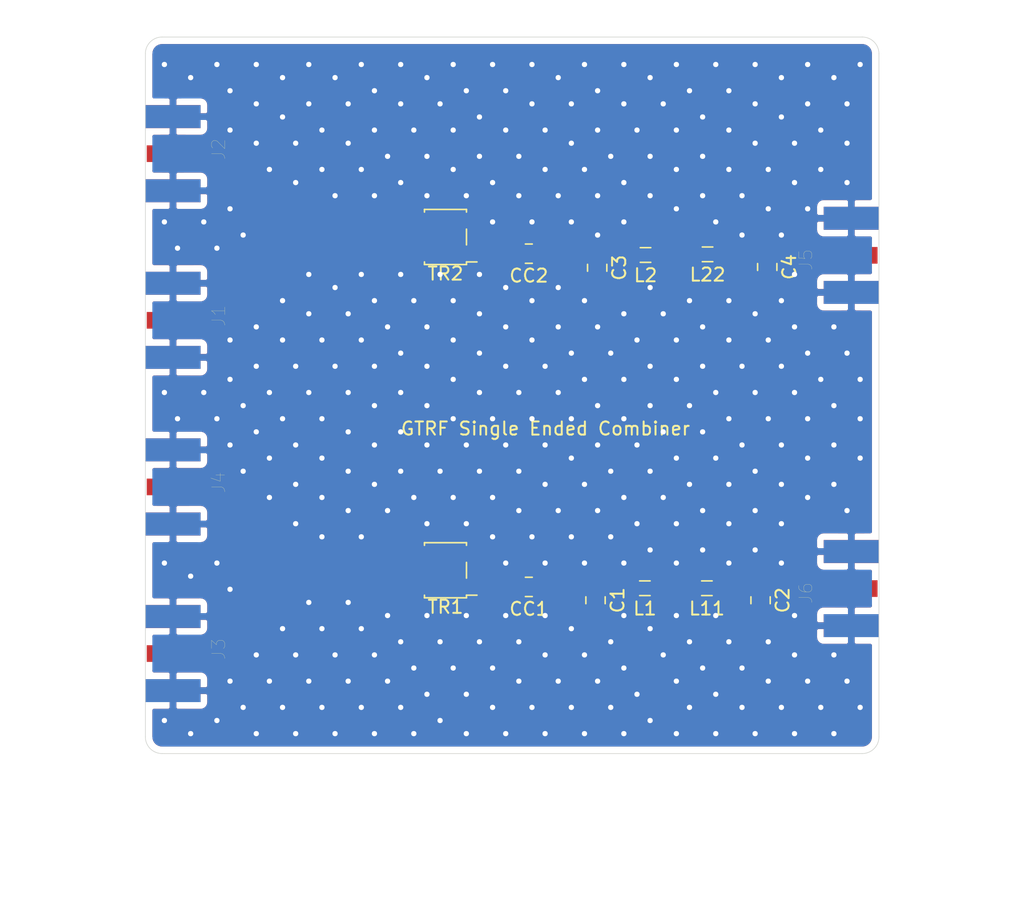
<source format=kicad_pcb>
(kicad_pcb (version 20171130) (host pcbnew "(5.1.9)-1")

  (general
    (thickness 1.6)
    (drawings 9)
    (tracks 430)
    (zones 0)
    (modules 18)
    (nets 14)
  )

  (page A4)
  (layers
    (0 F.Cu signal)
    (31 B.Cu signal)
    (32 B.Adhes user)
    (33 F.Adhes user)
    (34 B.Paste user)
    (35 F.Paste user)
    (36 B.SilkS user)
    (37 F.SilkS user)
    (38 B.Mask user)
    (39 F.Mask user)
    (40 Dwgs.User user)
    (41 Cmts.User user)
    (42 Eco1.User user)
    (43 Eco2.User user)
    (44 Edge.Cuts user)
    (45 Margin user)
    (46 B.CrtYd user)
    (47 F.CrtYd user)
    (48 B.Fab user)
    (49 F.Fab user)
  )

  (setup
    (last_trace_width 0.25)
    (user_trace_width 0.5)
    (user_trace_width 0.75)
    (user_trace_width 1)
    (trace_clearance 0.2)
    (zone_clearance 0.508)
    (zone_45_only no)
    (trace_min 0.2)
    (via_size 0.8)
    (via_drill 0.4)
    (via_min_size 0.4)
    (via_min_drill 0.3)
    (uvia_size 0.3)
    (uvia_drill 0.1)
    (uvias_allowed no)
    (uvia_min_size 0.2)
    (uvia_min_drill 0.1)
    (edge_width 0.05)
    (segment_width 0.2)
    (pcb_text_width 0.3)
    (pcb_text_size 1.5 1.5)
    (mod_edge_width 0.12)
    (mod_text_size 1 1)
    (mod_text_width 0.15)
    (pad_size 1.524 1.524)
    (pad_drill 0.762)
    (pad_to_mask_clearance 0)
    (aux_axis_origin 0 0)
    (visible_elements 7FFFFFFF)
    (pcbplotparams
      (layerselection 0x010fc_ffffffff)
      (usegerberextensions false)
      (usegerberattributes true)
      (usegerberadvancedattributes true)
      (creategerberjobfile true)
      (excludeedgelayer true)
      (linewidth 0.100000)
      (plotframeref false)
      (viasonmask false)
      (mode 1)
      (useauxorigin false)
      (hpglpennumber 1)
      (hpglpenspeed 20)
      (hpglpendiameter 15.000000)
      (psnegative false)
      (psa4output false)
      (plotreference true)
      (plotvalue true)
      (plotinvisibletext false)
      (padsonsilk false)
      (subtractmaskfromsilk false)
      (outputformat 1)
      (mirror false)
      (drillshape 0)
      (scaleselection 1)
      (outputdirectory "Gerbers/"))
  )

  (net 0 "")
  (net 1 GND)
  (net 2 /I_Single_Ended)
  (net 3 /I_Filtered)
  (net 4 /Q_Single_Ended)
  (net 5 /Q_Filtered)
  (net 6 "Net-(CC1-Pad2)")
  (net 7 "Net-(CC2-Pad2)")
  (net 8 /Q+)
  (net 9 /Q-)
  (net 10 /I+)
  (net 11 /I-)
  (net 12 "Net-(L1-Pad1)")
  (net 13 "Net-(L2-Pad1)")

  (net_class Default "This is the default net class."
    (clearance 0.2)
    (trace_width 0.25)
    (via_dia 0.8)
    (via_drill 0.4)
    (uvia_dia 0.3)
    (uvia_drill 0.1)
    (add_net /I_Filtered)
    (add_net /I_Single_Ended)
    (add_net /Q_Filtered)
    (add_net /Q_Single_Ended)
    (add_net GND)
    (add_net "Net-(CC1-Pad2)")
    (add_net "Net-(CC2-Pad2)")
    (add_net "Net-(L1-Pad1)")
    (add_net "Net-(L2-Pad1)")
  )

  (net_class IQ ""
    (clearance 0.2)
    (trace_width 0.25)
    (via_dia 0.8)
    (via_drill 0.4)
    (uvia_dia 0.3)
    (uvia_drill 0.1)
    (diff_pair_width 1)
    (diff_pair_gap 0.5)
    (add_net /I+)
    (add_net /I-)
    (add_net /Q+)
    (add_net /Q-)
  )

  (module AdditionalLibs:SAMTEC_SMA-J-P-H-ST-EM1 (layer F.Cu) (tedit 60249D12) (tstamp 6020905D)
    (at 104.775 95.377 90)
    (path /60255A35)
    (fp_text reference J6 (at -0.34105 -3.66967 90) (layer F.SilkS)
      (effects (font (size 1 1) (thickness 0.015)))
    )
    (fp_text value SMA-J-P-H-ST-EM1 (at 11.20429 12.3677 90) (layer F.Fab)
      (effects (font (size 1 1) (thickness 0.015)))
    )
    (fp_line (start -3.75 2.15) (end -3.75 -2.55) (layer F.CrtYd) (width 0.05))
    (fp_line (start -3.415 2.15) (end -3.75 2.15) (layer F.CrtYd) (width 0.05))
    (fp_line (start -3.415 11.67) (end -3.415 2.15) (layer F.CrtYd) (width 0.05))
    (fp_line (start 3.415 11.67) (end -3.415 11.67) (layer F.CrtYd) (width 0.05))
    (fp_line (start 3.415 2.15) (end 3.415 11.67) (layer F.CrtYd) (width 0.05))
    (fp_line (start 3.75 2.15) (end 3.415 2.15) (layer F.CrtYd) (width 0.05))
    (fp_line (start 3.75 -2.55) (end 3.75 2.15) (layer F.CrtYd) (width 0.05))
    (fp_line (start -3.75 -2.55) (end 3.75 -2.55) (layer F.CrtYd) (width 0.05))
    (fp_line (start 3.175 -1.91) (end 3.165 1.9) (layer F.Fab) (width 0.1))
    (fp_line (start -3.175 -1.91) (end 3.175 -1.91) (layer F.Fab) (width 0.1))
    (fp_line (start -3.165 1.9) (end -3.175 -1.91) (layer F.Fab) (width 0.1))
    (fp_line (start 3.165 1.9) (end 5 1.9) (layer F.Fab) (width 0.1))
    (fp_line (start -3.165 1.9) (end 3.165 1.9) (layer F.Fab) (width 0.1))
    (fp_line (start -5 1.9) (end -3.165 1.9) (layer F.Fab) (width 0.1))
    (fp_line (start -3.165 11.42) (end -3.165 1.9) (layer F.Fab) (width 0.1))
    (fp_line (start 3.165 11.42) (end -3.165 11.42) (layer F.Fab) (width 0.1))
    (fp_line (start 3.165 1.9) (end 3.165 11.42) (layer F.Fab) (width 0.1))
    (fp_text user PCB~EDGE (at 4.30403 1.70159 90) (layer F.Fab)
      (effects (font (size 0.48 0.48) (thickness 0.015)))
    )
    (pad 3_2 smd rect (at 2.825 -0.2 90) (size 1.75 4.2) (layers B.Cu B.Paste B.Mask)
      (net 1 GND))
    (pad 2_2 smd rect (at -2.825 -0.2 90) (size 1.75 4.2) (layers B.Cu B.Paste B.Mask)
      (net 1 GND))
    (pad 3_1 smd rect (at 2.825 -0.2 90) (size 1.75 4.2) (layers F.Cu F.Paste F.Mask)
      (net 1 GND))
    (pad 2_1 smd rect (at -2.825 -0.2 90) (size 1.75 4.2) (layers F.Cu F.Paste F.Mask)
      (net 1 GND))
    (pad 1 smd rect (at 0 0 90) (size 1.27 3.6) (layers F.Cu F.Paste F.Mask)
      (net 3 /I_Filtered))
  )

  (module AdditionalLibs:SAMTEC_SMA-J-P-H-ST-EM1 (layer F.Cu) (tedit 60249D12) (tstamp 60209042)
    (at 104.775 69.977 90)
    (path /602585ED)
    (fp_text reference J5 (at -0.34105 -3.66967 90) (layer F.SilkS)
      (effects (font (size 1 1) (thickness 0.015)))
    )
    (fp_text value SMA-J-P-H-ST-EM1 (at 11.20429 12.3677 90) (layer F.Fab)
      (effects (font (size 1 1) (thickness 0.015)))
    )
    (fp_line (start -3.75 2.15) (end -3.75 -2.55) (layer F.CrtYd) (width 0.05))
    (fp_line (start -3.415 2.15) (end -3.75 2.15) (layer F.CrtYd) (width 0.05))
    (fp_line (start -3.415 11.67) (end -3.415 2.15) (layer F.CrtYd) (width 0.05))
    (fp_line (start 3.415 11.67) (end -3.415 11.67) (layer F.CrtYd) (width 0.05))
    (fp_line (start 3.415 2.15) (end 3.415 11.67) (layer F.CrtYd) (width 0.05))
    (fp_line (start 3.75 2.15) (end 3.415 2.15) (layer F.CrtYd) (width 0.05))
    (fp_line (start 3.75 -2.55) (end 3.75 2.15) (layer F.CrtYd) (width 0.05))
    (fp_line (start -3.75 -2.55) (end 3.75 -2.55) (layer F.CrtYd) (width 0.05))
    (fp_line (start 3.175 -1.91) (end 3.165 1.9) (layer F.Fab) (width 0.1))
    (fp_line (start -3.175 -1.91) (end 3.175 -1.91) (layer F.Fab) (width 0.1))
    (fp_line (start -3.165 1.9) (end -3.175 -1.91) (layer F.Fab) (width 0.1))
    (fp_line (start 3.165 1.9) (end 5 1.9) (layer F.Fab) (width 0.1))
    (fp_line (start -3.165 1.9) (end 3.165 1.9) (layer F.Fab) (width 0.1))
    (fp_line (start -5 1.9) (end -3.165 1.9) (layer F.Fab) (width 0.1))
    (fp_line (start -3.165 11.42) (end -3.165 1.9) (layer F.Fab) (width 0.1))
    (fp_line (start 3.165 11.42) (end -3.165 11.42) (layer F.Fab) (width 0.1))
    (fp_line (start 3.165 1.9) (end 3.165 11.42) (layer F.Fab) (width 0.1))
    (fp_text user PCB~EDGE (at 4.30403 1.70159 90) (layer F.Fab)
      (effects (font (size 0.48 0.48) (thickness 0.015)))
    )
    (pad 3_2 smd rect (at 2.825 -0.2 90) (size 1.75 4.2) (layers B.Cu B.Paste B.Mask)
      (net 1 GND))
    (pad 2_2 smd rect (at -2.825 -0.2 90) (size 1.75 4.2) (layers B.Cu B.Paste B.Mask)
      (net 1 GND))
    (pad 3_1 smd rect (at 2.825 -0.2 90) (size 1.75 4.2) (layers F.Cu F.Paste F.Mask)
      (net 1 GND))
    (pad 2_1 smd rect (at -2.825 -0.2 90) (size 1.75 4.2) (layers F.Cu F.Paste F.Mask)
      (net 1 GND))
    (pad 1 smd rect (at 0 0 90) (size 1.27 3.6) (layers F.Cu F.Paste F.Mask)
      (net 5 /Q_Filtered))
  )

  (module AdditionalLibs:SAMTEC_SMA-J-P-H-ST-EM1 (layer F.Cu) (tedit 60249D12) (tstamp 60209027)
    (at 52.705 87.63 270)
    (path /60253C13)
    (fp_text reference J4 (at -0.34105 -3.66967 90) (layer F.SilkS)
      (effects (font (size 1 1) (thickness 0.015)))
    )
    (fp_text value SMA-J-P-H-ST-EM1 (at 11.20429 12.3677 90) (layer F.Fab)
      (effects (font (size 1 1) (thickness 0.015)))
    )
    (fp_line (start -3.75 2.15) (end -3.75 -2.55) (layer F.CrtYd) (width 0.05))
    (fp_line (start -3.415 2.15) (end -3.75 2.15) (layer F.CrtYd) (width 0.05))
    (fp_line (start -3.415 11.67) (end -3.415 2.15) (layer F.CrtYd) (width 0.05))
    (fp_line (start 3.415 11.67) (end -3.415 11.67) (layer F.CrtYd) (width 0.05))
    (fp_line (start 3.415 2.15) (end 3.415 11.67) (layer F.CrtYd) (width 0.05))
    (fp_line (start 3.75 2.15) (end 3.415 2.15) (layer F.CrtYd) (width 0.05))
    (fp_line (start 3.75 -2.55) (end 3.75 2.15) (layer F.CrtYd) (width 0.05))
    (fp_line (start -3.75 -2.55) (end 3.75 -2.55) (layer F.CrtYd) (width 0.05))
    (fp_line (start 3.175 -1.91) (end 3.165 1.9) (layer F.Fab) (width 0.1))
    (fp_line (start -3.175 -1.91) (end 3.175 -1.91) (layer F.Fab) (width 0.1))
    (fp_line (start -3.165 1.9) (end -3.175 -1.91) (layer F.Fab) (width 0.1))
    (fp_line (start 3.165 1.9) (end 5 1.9) (layer F.Fab) (width 0.1))
    (fp_line (start -3.165 1.9) (end 3.165 1.9) (layer F.Fab) (width 0.1))
    (fp_line (start -5 1.9) (end -3.165 1.9) (layer F.Fab) (width 0.1))
    (fp_line (start -3.165 11.42) (end -3.165 1.9) (layer F.Fab) (width 0.1))
    (fp_line (start 3.165 11.42) (end -3.165 11.42) (layer F.Fab) (width 0.1))
    (fp_line (start 3.165 1.9) (end 3.165 11.42) (layer F.Fab) (width 0.1))
    (fp_text user PCB~EDGE (at 4.30403 1.70159 90) (layer F.Fab)
      (effects (font (size 0.48 0.48) (thickness 0.015)))
    )
    (pad 3_2 smd rect (at 2.825 -0.2 270) (size 1.75 4.2) (layers B.Cu B.Paste B.Mask)
      (net 1 GND))
    (pad 2_2 smd rect (at -2.825 -0.2 270) (size 1.75 4.2) (layers B.Cu B.Paste B.Mask)
      (net 1 GND))
    (pad 3_1 smd rect (at 2.825 -0.2 270) (size 1.75 4.2) (layers F.Cu F.Paste F.Mask)
      (net 1 GND))
    (pad 2_1 smd rect (at -2.825 -0.2 270) (size 1.75 4.2) (layers F.Cu F.Paste F.Mask)
      (net 1 GND))
    (pad 1 smd rect (at 0 0 270) (size 1.27 3.6) (layers F.Cu F.Paste F.Mask)
      (net 11 /I-))
  )

  (module AdditionalLibs:SAMTEC_SMA-J-P-H-ST-EM1 (layer F.Cu) (tedit 60249D12) (tstamp 6020900C)
    (at 52.705 100.33 270)
    (path /60253C03)
    (fp_text reference J3 (at -0.34105 -3.66967 90) (layer F.SilkS)
      (effects (font (size 1 1) (thickness 0.015)))
    )
    (fp_text value SMA-J-P-H-ST-EM1 (at 11.20429 12.3677 90) (layer F.Fab)
      (effects (font (size 1 1) (thickness 0.015)))
    )
    (fp_line (start -3.75 2.15) (end -3.75 -2.55) (layer F.CrtYd) (width 0.05))
    (fp_line (start -3.415 2.15) (end -3.75 2.15) (layer F.CrtYd) (width 0.05))
    (fp_line (start -3.415 11.67) (end -3.415 2.15) (layer F.CrtYd) (width 0.05))
    (fp_line (start 3.415 11.67) (end -3.415 11.67) (layer F.CrtYd) (width 0.05))
    (fp_line (start 3.415 2.15) (end 3.415 11.67) (layer F.CrtYd) (width 0.05))
    (fp_line (start 3.75 2.15) (end 3.415 2.15) (layer F.CrtYd) (width 0.05))
    (fp_line (start 3.75 -2.55) (end 3.75 2.15) (layer F.CrtYd) (width 0.05))
    (fp_line (start -3.75 -2.55) (end 3.75 -2.55) (layer F.CrtYd) (width 0.05))
    (fp_line (start 3.175 -1.91) (end 3.165 1.9) (layer F.Fab) (width 0.1))
    (fp_line (start -3.175 -1.91) (end 3.175 -1.91) (layer F.Fab) (width 0.1))
    (fp_line (start -3.165 1.9) (end -3.175 -1.91) (layer F.Fab) (width 0.1))
    (fp_line (start 3.165 1.9) (end 5 1.9) (layer F.Fab) (width 0.1))
    (fp_line (start -3.165 1.9) (end 3.165 1.9) (layer F.Fab) (width 0.1))
    (fp_line (start -5 1.9) (end -3.165 1.9) (layer F.Fab) (width 0.1))
    (fp_line (start -3.165 11.42) (end -3.165 1.9) (layer F.Fab) (width 0.1))
    (fp_line (start 3.165 11.42) (end -3.165 11.42) (layer F.Fab) (width 0.1))
    (fp_line (start 3.165 1.9) (end 3.165 11.42) (layer F.Fab) (width 0.1))
    (fp_text user PCB~EDGE (at 4.30403 1.70159 90) (layer F.Fab)
      (effects (font (size 0.48 0.48) (thickness 0.015)))
    )
    (pad 3_2 smd rect (at 2.825 -0.2 270) (size 1.75 4.2) (layers B.Cu B.Paste B.Mask)
      (net 1 GND))
    (pad 2_2 smd rect (at -2.825 -0.2 270) (size 1.75 4.2) (layers B.Cu B.Paste B.Mask)
      (net 1 GND))
    (pad 3_1 smd rect (at 2.825 -0.2 270) (size 1.75 4.2) (layers F.Cu F.Paste F.Mask)
      (net 1 GND))
    (pad 2_1 smd rect (at -2.825 -0.2 270) (size 1.75 4.2) (layers F.Cu F.Paste F.Mask)
      (net 1 GND))
    (pad 1 smd rect (at 0 0 270) (size 1.27 3.6) (layers F.Cu F.Paste F.Mask)
      (net 10 /I+))
  )

  (module AdditionalLibs:SAMTEC_SMA-J-P-H-ST-EM1 (layer F.Cu) (tedit 60249D12) (tstamp 60208FF1)
    (at 52.705 62.23 270)
    (path /6024FA8F)
    (fp_text reference J2 (at -0.34105 -3.66967 90) (layer F.SilkS)
      (effects (font (size 1 1) (thickness 0.015)))
    )
    (fp_text value SMA-J-P-H-ST-EM1 (at 11.20429 12.3677 90) (layer F.Fab)
      (effects (font (size 1 1) (thickness 0.015)))
    )
    (fp_line (start -3.75 2.15) (end -3.75 -2.55) (layer F.CrtYd) (width 0.05))
    (fp_line (start -3.415 2.15) (end -3.75 2.15) (layer F.CrtYd) (width 0.05))
    (fp_line (start -3.415 11.67) (end -3.415 2.15) (layer F.CrtYd) (width 0.05))
    (fp_line (start 3.415 11.67) (end -3.415 11.67) (layer F.CrtYd) (width 0.05))
    (fp_line (start 3.415 2.15) (end 3.415 11.67) (layer F.CrtYd) (width 0.05))
    (fp_line (start 3.75 2.15) (end 3.415 2.15) (layer F.CrtYd) (width 0.05))
    (fp_line (start 3.75 -2.55) (end 3.75 2.15) (layer F.CrtYd) (width 0.05))
    (fp_line (start -3.75 -2.55) (end 3.75 -2.55) (layer F.CrtYd) (width 0.05))
    (fp_line (start 3.175 -1.91) (end 3.165 1.9) (layer F.Fab) (width 0.1))
    (fp_line (start -3.175 -1.91) (end 3.175 -1.91) (layer F.Fab) (width 0.1))
    (fp_line (start -3.165 1.9) (end -3.175 -1.91) (layer F.Fab) (width 0.1))
    (fp_line (start 3.165 1.9) (end 5 1.9) (layer F.Fab) (width 0.1))
    (fp_line (start -3.165 1.9) (end 3.165 1.9) (layer F.Fab) (width 0.1))
    (fp_line (start -5 1.9) (end -3.165 1.9) (layer F.Fab) (width 0.1))
    (fp_line (start -3.165 11.42) (end -3.165 1.9) (layer F.Fab) (width 0.1))
    (fp_line (start 3.165 11.42) (end -3.165 11.42) (layer F.Fab) (width 0.1))
    (fp_line (start 3.165 1.9) (end 3.165 11.42) (layer F.Fab) (width 0.1))
    (fp_text user PCB~EDGE (at 4.30403 1.70159 90) (layer F.Fab)
      (effects (font (size 0.48 0.48) (thickness 0.015)))
    )
    (pad 3_2 smd rect (at 2.825 -0.2 270) (size 1.75 4.2) (layers B.Cu B.Paste B.Mask)
      (net 1 GND))
    (pad 2_2 smd rect (at -2.825 -0.2 270) (size 1.75 4.2) (layers B.Cu B.Paste B.Mask)
      (net 1 GND))
    (pad 3_1 smd rect (at 2.825 -0.2 270) (size 1.75 4.2) (layers F.Cu F.Paste F.Mask)
      (net 1 GND))
    (pad 2_1 smd rect (at -2.825 -0.2 270) (size 1.75 4.2) (layers F.Cu F.Paste F.Mask)
      (net 1 GND))
    (pad 1 smd rect (at 0 0 270) (size 1.27 3.6) (layers F.Cu F.Paste F.Mask)
      (net 9 /Q-))
  )

  (module AdditionalLibs:SAMTEC_SMA-J-P-H-ST-EM1 (layer F.Cu) (tedit 60249D12) (tstamp 60208FD6)
    (at 52.705 74.93 270)
    (path /60245A67)
    (fp_text reference J1 (at -0.34105 -3.66967 90) (layer F.SilkS)
      (effects (font (size 1 1) (thickness 0.015)))
    )
    (fp_text value SMA-J-P-H-ST-EM1 (at 11.20429 12.3677 90) (layer F.Fab)
      (effects (font (size 1 1) (thickness 0.015)))
    )
    (fp_line (start -3.75 2.15) (end -3.75 -2.55) (layer F.CrtYd) (width 0.05))
    (fp_line (start -3.415 2.15) (end -3.75 2.15) (layer F.CrtYd) (width 0.05))
    (fp_line (start -3.415 11.67) (end -3.415 2.15) (layer F.CrtYd) (width 0.05))
    (fp_line (start 3.415 11.67) (end -3.415 11.67) (layer F.CrtYd) (width 0.05))
    (fp_line (start 3.415 2.15) (end 3.415 11.67) (layer F.CrtYd) (width 0.05))
    (fp_line (start 3.75 2.15) (end 3.415 2.15) (layer F.CrtYd) (width 0.05))
    (fp_line (start 3.75 -2.55) (end 3.75 2.15) (layer F.CrtYd) (width 0.05))
    (fp_line (start -3.75 -2.55) (end 3.75 -2.55) (layer F.CrtYd) (width 0.05))
    (fp_line (start 3.175 -1.91) (end 3.165 1.9) (layer F.Fab) (width 0.1))
    (fp_line (start -3.175 -1.91) (end 3.175 -1.91) (layer F.Fab) (width 0.1))
    (fp_line (start -3.165 1.9) (end -3.175 -1.91) (layer F.Fab) (width 0.1))
    (fp_line (start 3.165 1.9) (end 5 1.9) (layer F.Fab) (width 0.1))
    (fp_line (start -3.165 1.9) (end 3.165 1.9) (layer F.Fab) (width 0.1))
    (fp_line (start -5 1.9) (end -3.165 1.9) (layer F.Fab) (width 0.1))
    (fp_line (start -3.165 11.42) (end -3.165 1.9) (layer F.Fab) (width 0.1))
    (fp_line (start 3.165 11.42) (end -3.165 11.42) (layer F.Fab) (width 0.1))
    (fp_line (start 3.165 1.9) (end 3.165 11.42) (layer F.Fab) (width 0.1))
    (fp_text user PCB~EDGE (at 4.30403 1.70159 90) (layer F.Fab)
      (effects (font (size 0.48 0.48) (thickness 0.015)))
    )
    (pad 3_2 smd rect (at 2.825 -0.2 270) (size 1.75 4.2) (layers B.Cu B.Paste B.Mask)
      (net 1 GND))
    (pad 2_2 smd rect (at -2.825 -0.2 270) (size 1.75 4.2) (layers B.Cu B.Paste B.Mask)
      (net 1 GND))
    (pad 3_1 smd rect (at 2.825 -0.2 270) (size 1.75 4.2) (layers F.Cu F.Paste F.Mask)
      (net 1 GND))
    (pad 2_1 smd rect (at -2.825 -0.2 270) (size 1.75 4.2) (layers F.Cu F.Paste F.Mask)
      (net 1 GND))
    (pad 1 smd rect (at 0 0 270) (size 1.27 3.6) (layers F.Cu F.Paste F.Mask)
      (net 8 /Q+))
  )

  (module Inductor_SMD:L_0805_2012Metric (layer F.Cu) (tedit 5F68FEF0) (tstamp 602466A0)
    (at 93.6244 69.9008 180)
    (descr "Inductor SMD 0805 (2012 Metric), square (rectangular) end terminal, IPC_7351 nominal, (Body size source: IPC-SM-782 page 80, https://www.pcb-3d.com/wordpress/wp-content/uploads/ipc-sm-782a_amendment_1_and_2.pdf), generated with kicad-footprint-generator")
    (tags inductor)
    (path /60256776)
    (attr smd)
    (fp_text reference L22 (at 0 -1.55) (layer F.SilkS)
      (effects (font (size 1 1) (thickness 0.15)))
    )
    (fp_text value 470nH (at 0 1.55) (layer F.Fab)
      (effects (font (size 1 1) (thickness 0.15)))
    )
    (fp_line (start -1 0.45) (end -1 -0.45) (layer F.Fab) (width 0.1))
    (fp_line (start -1 -0.45) (end 1 -0.45) (layer F.Fab) (width 0.1))
    (fp_line (start 1 -0.45) (end 1 0.45) (layer F.Fab) (width 0.1))
    (fp_line (start 1 0.45) (end -1 0.45) (layer F.Fab) (width 0.1))
    (fp_line (start -0.399622 -0.56) (end 0.399622 -0.56) (layer F.SilkS) (width 0.12))
    (fp_line (start -0.399622 0.56) (end 0.399622 0.56) (layer F.SilkS) (width 0.12))
    (fp_line (start -1.75 0.85) (end -1.75 -0.85) (layer F.CrtYd) (width 0.05))
    (fp_line (start -1.75 -0.85) (end 1.75 -0.85) (layer F.CrtYd) (width 0.05))
    (fp_line (start 1.75 -0.85) (end 1.75 0.85) (layer F.CrtYd) (width 0.05))
    (fp_line (start 1.75 0.85) (end -1.75 0.85) (layer F.CrtYd) (width 0.05))
    (fp_text user %R (at 0 0) (layer F.Fab)
      (effects (font (size 0.5 0.5) (thickness 0.08)))
    )
    (pad 2 smd roundrect (at 1.0625 0 180) (size 0.875 1.2) (layers F.Cu F.Paste F.Mask) (roundrect_rratio 0.25)
      (net 13 "Net-(L2-Pad1)"))
    (pad 1 smd roundrect (at -1.0625 0 180) (size 0.875 1.2) (layers F.Cu F.Paste F.Mask) (roundrect_rratio 0.25)
      (net 5 /Q_Filtered))
    (model ${KISYS3DMOD}/Inductor_SMD.3dshapes/L_0805_2012Metric.wrl
      (at (xyz 0 0 0))
      (scale (xyz 1 1 1))
      (rotate (xyz 0 0 0))
    )
  )

  (module Inductor_SMD:L_0805_2012Metric (layer F.Cu) (tedit 5F68FEF0) (tstamp 6024668F)
    (at 93.5736 95.3516 180)
    (descr "Inductor SMD 0805 (2012 Metric), square (rectangular) end terminal, IPC_7351 nominal, (Body size source: IPC-SM-782 page 80, https://www.pcb-3d.com/wordpress/wp-content/uploads/ipc-sm-782a_amendment_1_and_2.pdf), generated with kicad-footprint-generator")
    (tags inductor)
    (path /60256CAA)
    (attr smd)
    (fp_text reference L11 (at 0 -1.55) (layer F.SilkS)
      (effects (font (size 1 1) (thickness 0.15)))
    )
    (fp_text value 470nH (at 0 1.55) (layer F.Fab)
      (effects (font (size 1 1) (thickness 0.15)))
    )
    (fp_line (start -1 0.45) (end -1 -0.45) (layer F.Fab) (width 0.1))
    (fp_line (start -1 -0.45) (end 1 -0.45) (layer F.Fab) (width 0.1))
    (fp_line (start 1 -0.45) (end 1 0.45) (layer F.Fab) (width 0.1))
    (fp_line (start 1 0.45) (end -1 0.45) (layer F.Fab) (width 0.1))
    (fp_line (start -0.399622 -0.56) (end 0.399622 -0.56) (layer F.SilkS) (width 0.12))
    (fp_line (start -0.399622 0.56) (end 0.399622 0.56) (layer F.SilkS) (width 0.12))
    (fp_line (start -1.75 0.85) (end -1.75 -0.85) (layer F.CrtYd) (width 0.05))
    (fp_line (start -1.75 -0.85) (end 1.75 -0.85) (layer F.CrtYd) (width 0.05))
    (fp_line (start 1.75 -0.85) (end 1.75 0.85) (layer F.CrtYd) (width 0.05))
    (fp_line (start 1.75 0.85) (end -1.75 0.85) (layer F.CrtYd) (width 0.05))
    (fp_text user %R (at 0 0) (layer F.Fab)
      (effects (font (size 0.5 0.5) (thickness 0.08)))
    )
    (pad 2 smd roundrect (at 1.0625 0 180) (size 0.875 1.2) (layers F.Cu F.Paste F.Mask) (roundrect_rratio 0.25)
      (net 12 "Net-(L1-Pad1)"))
    (pad 1 smd roundrect (at -1.0625 0 180) (size 0.875 1.2) (layers F.Cu F.Paste F.Mask) (roundrect_rratio 0.25)
      (net 3 /I_Filtered))
    (model ${KISYS3DMOD}/Inductor_SMD.3dshapes/L_0805_2012Metric.wrl
      (at (xyz 0 0 0))
      (scale (xyz 1 1 1))
      (rotate (xyz 0 0 0))
    )
  )

  (module Transformer_SMD:Transformer_MACOM_SM-22 (layer F.Cu) (tedit 5B0BC2F5) (tstamp 602090B5)
    (at 73.66 68.58 180)
    (descr https://cdn.macom.com/datasheets/ETC1-1-13.pdf)
    (tags "RF Transformer")
    (path /6024435B)
    (attr smd)
    (fp_text reference TR2 (at 0 -2.794) (layer F.SilkS)
      (effects (font (size 1 1) (thickness 0.15)))
    )
    (fp_text value ETC1-1-13 (at 0 2.794) (layer F.Fab)
      (effects (font (size 1 1) (thickness 0.15)))
    )
    (fp_line (start -2.67 2.17) (end -2.67 -2.17) (layer F.CrtYd) (width 0.05))
    (fp_line (start 2.67 2.17) (end -2.67 2.17) (layer F.CrtYd) (width 0.05))
    (fp_line (start 2.67 -2.17) (end 2.67 2.17) (layer F.CrtYd) (width 0.05))
    (fp_line (start -2.67 -2.17) (end 2.67 -2.17) (layer F.CrtYd) (width 0.05))
    (fp_line (start -1.395 -1.2175) (end -0.6975 -1.915) (layer F.Fab) (width 0.1))
    (fp_line (start -1.395 1.915) (end -1.395 -1.2175) (layer F.Fab) (width 0.1))
    (fp_line (start 1.395 1.915) (end -1.395 1.915) (layer F.Fab) (width 0.1))
    (fp_line (start 1.395 -1.915) (end 1.395 1.915) (layer F.Fab) (width 0.1))
    (fp_line (start -0.6975 -1.915) (end 1.395 -1.915) (layer F.Fab) (width 0.1))
    (fp_line (start 1.6 -1.9) (end 1.6 -2.1) (layer F.SilkS) (width 0.12))
    (fp_line (start 1.6 -2.1) (end -1.6 -2.1) (layer F.SilkS) (width 0.12))
    (fp_line (start -1.6 -2.1) (end -1.6 -1.9) (layer F.SilkS) (width 0.12))
    (fp_line (start -1.6 -1.9) (end -2.4 -1.9) (layer F.SilkS) (width 0.12))
    (fp_line (start -1.6 -0.6) (end -1.6 0.6) (layer F.SilkS) (width 0.12))
    (fp_line (start -1.6 1.9) (end -1.6 2.1) (layer F.SilkS) (width 0.12))
    (fp_line (start -1.6 2.1) (end 1.6 2.1) (layer F.SilkS) (width 0.12))
    (fp_line (start 1.6 2.1) (end 1.6 1.9) (layer F.SilkS) (width 0.12))
    (fp_text user %R (at 0 0) (layer F.Fab)
      (effects (font (size 0.6 0.6) (thickness 0.09)))
    )
    (pad 5 smd rect (at 1.715 -1.27 180) (size 1.4 0.76) (layers F.Cu F.Paste F.Mask)
      (net 8 /Q+))
    (pad 4 smd rect (at 1.715 0 180) (size 1.4 0.76) (layers F.Cu F.Paste F.Mask)
      (net 1 GND))
    (pad 3 smd rect (at 1.715 1.27 180) (size 1.4 0.76) (layers F.Cu F.Paste F.Mask)
      (net 9 /Q-))
    (pad 2 smd rect (at -1.715 1.27 180) (size 1.4 0.76) (layers F.Cu F.Paste F.Mask)
      (net 1 GND))
    (pad 1 smd rect (at -1.715 -1.27 180) (size 1.4 0.76) (layers F.Cu F.Paste F.Mask)
      (net 7 "Net-(CC2-Pad2)"))
    (model ${KISYS3DMOD}/Transformer_SMD.3dshapes/Transformer_MACOM_SM-22.wrl
      (at (xyz 0 0 0))
      (scale (xyz 1 1 1))
      (rotate (xyz 0 0 0))
    )
  )

  (module Transformer_SMD:Transformer_MACOM_SM-22 (layer F.Cu) (tedit 5B0BC2F5) (tstamp 6020909A)
    (at 73.66 93.98 180)
    (descr https://cdn.macom.com/datasheets/ETC1-1-13.pdf)
    (tags "RF Transformer")
    (path /602250EC)
    (attr smd)
    (fp_text reference TR1 (at 0 -2.794) (layer F.SilkS)
      (effects (font (size 1 1) (thickness 0.15)))
    )
    (fp_text value ETC1-1-13 (at 0 2.794) (layer F.Fab)
      (effects (font (size 1 1) (thickness 0.15)))
    )
    (fp_line (start -2.67 2.17) (end -2.67 -2.17) (layer F.CrtYd) (width 0.05))
    (fp_line (start 2.67 2.17) (end -2.67 2.17) (layer F.CrtYd) (width 0.05))
    (fp_line (start 2.67 -2.17) (end 2.67 2.17) (layer F.CrtYd) (width 0.05))
    (fp_line (start -2.67 -2.17) (end 2.67 -2.17) (layer F.CrtYd) (width 0.05))
    (fp_line (start -1.395 -1.2175) (end -0.6975 -1.915) (layer F.Fab) (width 0.1))
    (fp_line (start -1.395 1.915) (end -1.395 -1.2175) (layer F.Fab) (width 0.1))
    (fp_line (start 1.395 1.915) (end -1.395 1.915) (layer F.Fab) (width 0.1))
    (fp_line (start 1.395 -1.915) (end 1.395 1.915) (layer F.Fab) (width 0.1))
    (fp_line (start -0.6975 -1.915) (end 1.395 -1.915) (layer F.Fab) (width 0.1))
    (fp_line (start 1.6 -1.9) (end 1.6 -2.1) (layer F.SilkS) (width 0.12))
    (fp_line (start 1.6 -2.1) (end -1.6 -2.1) (layer F.SilkS) (width 0.12))
    (fp_line (start -1.6 -2.1) (end -1.6 -1.9) (layer F.SilkS) (width 0.12))
    (fp_line (start -1.6 -1.9) (end -2.4 -1.9) (layer F.SilkS) (width 0.12))
    (fp_line (start -1.6 -0.6) (end -1.6 0.6) (layer F.SilkS) (width 0.12))
    (fp_line (start -1.6 1.9) (end -1.6 2.1) (layer F.SilkS) (width 0.12))
    (fp_line (start -1.6 2.1) (end 1.6 2.1) (layer F.SilkS) (width 0.12))
    (fp_line (start 1.6 2.1) (end 1.6 1.9) (layer F.SilkS) (width 0.12))
    (fp_text user %R (at 0 0) (layer F.Fab)
      (effects (font (size 0.6 0.6) (thickness 0.09)))
    )
    (pad 5 smd rect (at 1.715 -1.27 180) (size 1.4 0.76) (layers F.Cu F.Paste F.Mask)
      (net 10 /I+))
    (pad 4 smd rect (at 1.715 0 180) (size 1.4 0.76) (layers F.Cu F.Paste F.Mask)
      (net 1 GND))
    (pad 3 smd rect (at 1.715 1.27 180) (size 1.4 0.76) (layers F.Cu F.Paste F.Mask)
      (net 11 /I-))
    (pad 2 smd rect (at -1.715 1.27 180) (size 1.4 0.76) (layers F.Cu F.Paste F.Mask)
      (net 1 GND))
    (pad 1 smd rect (at -1.715 -1.27 180) (size 1.4 0.76) (layers F.Cu F.Paste F.Mask)
      (net 6 "Net-(CC1-Pad2)"))
    (model ${KISYS3DMOD}/Transformer_SMD.3dshapes/Transformer_MACOM_SM-22.wrl
      (at (xyz 0 0 0))
      (scale (xyz 1 1 1))
      (rotate (xyz 0 0 0))
    )
  )

  (module Inductor_SMD:L_0805_2012Metric (layer F.Cu) (tedit 5F68FEF0) (tstamp 6020907F)
    (at 88.9 69.9516 180)
    (descr "Inductor SMD 0805 (2012 Metric), square (rectangular) end terminal, IPC_7351 nominal, (Body size source: IPC-SM-782 page 80, https://www.pcb-3d.com/wordpress/wp-content/uploads/ipc-sm-782a_amendment_1_and_2.pdf), generated with kicad-footprint-generator")
    (tags inductor)
    (path /60244372)
    (attr smd)
    (fp_text reference L2 (at 0 -1.55) (layer F.SilkS)
      (effects (font (size 1 1) (thickness 0.15)))
    )
    (fp_text value 470nH (at 0 1.55) (layer F.Fab)
      (effects (font (size 1 1) (thickness 0.15)))
    )
    (fp_line (start 1.75 0.85) (end -1.75 0.85) (layer F.CrtYd) (width 0.05))
    (fp_line (start 1.75 -0.85) (end 1.75 0.85) (layer F.CrtYd) (width 0.05))
    (fp_line (start -1.75 -0.85) (end 1.75 -0.85) (layer F.CrtYd) (width 0.05))
    (fp_line (start -1.75 0.85) (end -1.75 -0.85) (layer F.CrtYd) (width 0.05))
    (fp_line (start -0.399622 0.56) (end 0.399622 0.56) (layer F.SilkS) (width 0.12))
    (fp_line (start -0.399622 -0.56) (end 0.399622 -0.56) (layer F.SilkS) (width 0.12))
    (fp_line (start 1 0.45) (end -1 0.45) (layer F.Fab) (width 0.1))
    (fp_line (start 1 -0.45) (end 1 0.45) (layer F.Fab) (width 0.1))
    (fp_line (start -1 -0.45) (end 1 -0.45) (layer F.Fab) (width 0.1))
    (fp_line (start -1 0.45) (end -1 -0.45) (layer F.Fab) (width 0.1))
    (fp_text user %R (at 0 0) (layer F.Fab)
      (effects (font (size 0.5 0.5) (thickness 0.08)))
    )
    (pad 2 smd roundrect (at 1.0625 0 180) (size 0.875 1.2) (layers F.Cu F.Paste F.Mask) (roundrect_rratio 0.25)
      (net 4 /Q_Single_Ended))
    (pad 1 smd roundrect (at -1.0625 0 180) (size 0.875 1.2) (layers F.Cu F.Paste F.Mask) (roundrect_rratio 0.25)
      (net 13 "Net-(L2-Pad1)"))
    (model ${KISYS3DMOD}/Inductor_SMD.3dshapes/L_0805_2012Metric.wrl
      (at (xyz 0 0 0))
      (scale (xyz 1 1 1))
      (rotate (xyz 0 0 0))
    )
  )

  (module Inductor_SMD:L_0805_2012Metric (layer F.Cu) (tedit 5F68FEF0) (tstamp 6020906E)
    (at 88.8492 95.3516 180)
    (descr "Inductor SMD 0805 (2012 Metric), square (rectangular) end terminal, IPC_7351 nominal, (Body size source: IPC-SM-782 page 80, https://www.pcb-3d.com/wordpress/wp-content/uploads/ipc-sm-782a_amendment_1_and_2.pdf), generated with kicad-footprint-generator")
    (tags inductor)
    (path /60231988)
    (attr smd)
    (fp_text reference L1 (at 0 -1.55) (layer F.SilkS)
      (effects (font (size 1 1) (thickness 0.15)))
    )
    (fp_text value 470nH (at 0 1.55) (layer F.Fab)
      (effects (font (size 1 1) (thickness 0.15)))
    )
    (fp_line (start 1.75 0.85) (end -1.75 0.85) (layer F.CrtYd) (width 0.05))
    (fp_line (start 1.75 -0.85) (end 1.75 0.85) (layer F.CrtYd) (width 0.05))
    (fp_line (start -1.75 -0.85) (end 1.75 -0.85) (layer F.CrtYd) (width 0.05))
    (fp_line (start -1.75 0.85) (end -1.75 -0.85) (layer F.CrtYd) (width 0.05))
    (fp_line (start -0.399622 0.56) (end 0.399622 0.56) (layer F.SilkS) (width 0.12))
    (fp_line (start -0.399622 -0.56) (end 0.399622 -0.56) (layer F.SilkS) (width 0.12))
    (fp_line (start 1 0.45) (end -1 0.45) (layer F.Fab) (width 0.1))
    (fp_line (start 1 -0.45) (end 1 0.45) (layer F.Fab) (width 0.1))
    (fp_line (start -1 -0.45) (end 1 -0.45) (layer F.Fab) (width 0.1))
    (fp_line (start -1 0.45) (end -1 -0.45) (layer F.Fab) (width 0.1))
    (fp_text user %R (at 0 0) (layer F.Fab)
      (effects (font (size 0.5 0.5) (thickness 0.08)))
    )
    (pad 2 smd roundrect (at 1.0625 0 180) (size 0.875 1.2) (layers F.Cu F.Paste F.Mask) (roundrect_rratio 0.25)
      (net 2 /I_Single_Ended))
    (pad 1 smd roundrect (at -1.0625 0 180) (size 0.875 1.2) (layers F.Cu F.Paste F.Mask) (roundrect_rratio 0.25)
      (net 12 "Net-(L1-Pad1)"))
    (model ${KISYS3DMOD}/Inductor_SMD.3dshapes/L_0805_2012Metric.wrl
      (at (xyz 0 0 0))
      (scale (xyz 1 1 1))
      (rotate (xyz 0 0 0))
    )
  )

  (module Capacitor_SMD:C_0805_2012Metric (layer F.Cu) (tedit 5F68FEEE) (tstamp 60208FBB)
    (at 80.01 69.85 180)
    (descr "Capacitor SMD 0805 (2012 Metric), square (rectangular) end terminal, IPC_7351 nominal, (Body size source: IPC-SM-782 page 76, https://www.pcb-3d.com/wordpress/wp-content/uploads/ipc-sm-782a_amendment_1_and_2.pdf, https://docs.google.com/spreadsheets/d/1BsfQQcO9C6DZCsRaXUlFlo91Tg2WpOkGARC1WS5S8t0/edit?usp=sharing), generated with kicad-footprint-generator")
    (tags capacitor)
    (path /60244396)
    (attr smd)
    (fp_text reference CC2 (at 0 -1.68) (layer F.SilkS)
      (effects (font (size 1 1) (thickness 0.15)))
    )
    (fp_text value .47uF (at 0 1.68) (layer F.Fab)
      (effects (font (size 1 1) (thickness 0.15)))
    )
    (fp_line (start 1.7 0.98) (end -1.7 0.98) (layer F.CrtYd) (width 0.05))
    (fp_line (start 1.7 -0.98) (end 1.7 0.98) (layer F.CrtYd) (width 0.05))
    (fp_line (start -1.7 -0.98) (end 1.7 -0.98) (layer F.CrtYd) (width 0.05))
    (fp_line (start -1.7 0.98) (end -1.7 -0.98) (layer F.CrtYd) (width 0.05))
    (fp_line (start -0.261252 0.735) (end 0.261252 0.735) (layer F.SilkS) (width 0.12))
    (fp_line (start -0.261252 -0.735) (end 0.261252 -0.735) (layer F.SilkS) (width 0.12))
    (fp_line (start 1 0.625) (end -1 0.625) (layer F.Fab) (width 0.1))
    (fp_line (start 1 -0.625) (end 1 0.625) (layer F.Fab) (width 0.1))
    (fp_line (start -1 -0.625) (end 1 -0.625) (layer F.Fab) (width 0.1))
    (fp_line (start -1 0.625) (end -1 -0.625) (layer F.Fab) (width 0.1))
    (fp_text user %R (at 0 0) (layer F.Fab)
      (effects (font (size 0.5 0.5) (thickness 0.08)))
    )
    (pad 2 smd roundrect (at 0.95 0 180) (size 1 1.45) (layers F.Cu F.Paste F.Mask) (roundrect_rratio 0.25)
      (net 7 "Net-(CC2-Pad2)"))
    (pad 1 smd roundrect (at -0.95 0 180) (size 1 1.45) (layers F.Cu F.Paste F.Mask) (roundrect_rratio 0.25)
      (net 4 /Q_Single_Ended))
    (model ${KISYS3DMOD}/Capacitor_SMD.3dshapes/C_0805_2012Metric.wrl
      (at (xyz 0 0 0))
      (scale (xyz 1 1 1))
      (rotate (xyz 0 0 0))
    )
  )

  (module Capacitor_SMD:C_0805_2012Metric (layer F.Cu) (tedit 5F68FEEE) (tstamp 60208FAA)
    (at 80.01 95.25 180)
    (descr "Capacitor SMD 0805 (2012 Metric), square (rectangular) end terminal, IPC_7351 nominal, (Body size source: IPC-SM-782 page 76, https://www.pcb-3d.com/wordpress/wp-content/uploads/ipc-sm-782a_amendment_1_and_2.pdf, https://docs.google.com/spreadsheets/d/1BsfQQcO9C6DZCsRaXUlFlo91Tg2WpOkGARC1WS5S8t0/edit?usp=sharing), generated with kicad-footprint-generator")
    (tags capacitor)
    (path /60234B4A)
    (attr smd)
    (fp_text reference CC1 (at 0 -1.68) (layer F.SilkS)
      (effects (font (size 1 1) (thickness 0.15)))
    )
    (fp_text value .47uF (at 0 1.68) (layer F.Fab)
      (effects (font (size 1 1) (thickness 0.15)))
    )
    (fp_line (start 1.7 0.98) (end -1.7 0.98) (layer F.CrtYd) (width 0.05))
    (fp_line (start 1.7 -0.98) (end 1.7 0.98) (layer F.CrtYd) (width 0.05))
    (fp_line (start -1.7 -0.98) (end 1.7 -0.98) (layer F.CrtYd) (width 0.05))
    (fp_line (start -1.7 0.98) (end -1.7 -0.98) (layer F.CrtYd) (width 0.05))
    (fp_line (start -0.261252 0.735) (end 0.261252 0.735) (layer F.SilkS) (width 0.12))
    (fp_line (start -0.261252 -0.735) (end 0.261252 -0.735) (layer F.SilkS) (width 0.12))
    (fp_line (start 1 0.625) (end -1 0.625) (layer F.Fab) (width 0.1))
    (fp_line (start 1 -0.625) (end 1 0.625) (layer F.Fab) (width 0.1))
    (fp_line (start -1 -0.625) (end 1 -0.625) (layer F.Fab) (width 0.1))
    (fp_line (start -1 0.625) (end -1 -0.625) (layer F.Fab) (width 0.1))
    (fp_text user %R (at 0 0) (layer F.Fab)
      (effects (font (size 0.5 0.5) (thickness 0.08)))
    )
    (pad 2 smd roundrect (at 0.95 0 180) (size 1 1.45) (layers F.Cu F.Paste F.Mask) (roundrect_rratio 0.25)
      (net 6 "Net-(CC1-Pad2)"))
    (pad 1 smd roundrect (at -0.95 0 180) (size 1 1.45) (layers F.Cu F.Paste F.Mask) (roundrect_rratio 0.25)
      (net 2 /I_Single_Ended))
    (model ${KISYS3DMOD}/Capacitor_SMD.3dshapes/C_0805_2012Metric.wrl
      (at (xyz 0 0 0))
      (scale (xyz 1 1 1))
      (rotate (xyz 0 0 0))
    )
  )

  (module Capacitor_SMD:C_0805_2012Metric (layer F.Cu) (tedit 5F68FEEE) (tstamp 60208F99)
    (at 98.171 70.866 270)
    (descr "Capacitor SMD 0805 (2012 Metric), square (rectangular) end terminal, IPC_7351 nominal, (Body size source: IPC-SM-782 page 76, https://www.pcb-3d.com/wordpress/wp-content/uploads/ipc-sm-782a_amendment_1_and_2.pdf, https://docs.google.com/spreadsheets/d/1BsfQQcO9C6DZCsRaXUlFlo91Tg2WpOkGARC1WS5S8t0/edit?usp=sharing), generated with kicad-footprint-generator")
    (tags capacitor)
    (path /60244378)
    (attr smd)
    (fp_text reference C4 (at 0 -1.68 90) (layer F.SilkS)
      (effects (font (size 1 1) (thickness 0.15)))
    )
    (fp_text value 160pF (at 0 1.68 90) (layer F.Fab)
      (effects (font (size 1 1) (thickness 0.15)))
    )
    (fp_line (start 1.7 0.98) (end -1.7 0.98) (layer F.CrtYd) (width 0.05))
    (fp_line (start 1.7 -0.98) (end 1.7 0.98) (layer F.CrtYd) (width 0.05))
    (fp_line (start -1.7 -0.98) (end 1.7 -0.98) (layer F.CrtYd) (width 0.05))
    (fp_line (start -1.7 0.98) (end -1.7 -0.98) (layer F.CrtYd) (width 0.05))
    (fp_line (start -0.261252 0.735) (end 0.261252 0.735) (layer F.SilkS) (width 0.12))
    (fp_line (start -0.261252 -0.735) (end 0.261252 -0.735) (layer F.SilkS) (width 0.12))
    (fp_line (start 1 0.625) (end -1 0.625) (layer F.Fab) (width 0.1))
    (fp_line (start 1 -0.625) (end 1 0.625) (layer F.Fab) (width 0.1))
    (fp_line (start -1 -0.625) (end 1 -0.625) (layer F.Fab) (width 0.1))
    (fp_line (start -1 0.625) (end -1 -0.625) (layer F.Fab) (width 0.1))
    (fp_text user %R (at 0 0 90) (layer F.Fab)
      (effects (font (size 0.5 0.5) (thickness 0.08)))
    )
    (pad 2 smd roundrect (at 0.95 0 270) (size 1 1.45) (layers F.Cu F.Paste F.Mask) (roundrect_rratio 0.25)
      (net 1 GND))
    (pad 1 smd roundrect (at -0.95 0 270) (size 1 1.45) (layers F.Cu F.Paste F.Mask) (roundrect_rratio 0.25)
      (net 5 /Q_Filtered))
    (model ${KISYS3DMOD}/Capacitor_SMD.3dshapes/C_0805_2012Metric.wrl
      (at (xyz 0 0 0))
      (scale (xyz 1 1 1))
      (rotate (xyz 0 0 0))
    )
  )

  (module Capacitor_SMD:C_0805_2012Metric (layer F.Cu) (tedit 5F68FEEE) (tstamp 60208F88)
    (at 85.217 70.927 270)
    (descr "Capacitor SMD 0805 (2012 Metric), square (rectangular) end terminal, IPC_7351 nominal, (Body size source: IPC-SM-782 page 76, https://www.pcb-3d.com/wordpress/wp-content/uploads/ipc-sm-782a_amendment_1_and_2.pdf, https://docs.google.com/spreadsheets/d/1BsfQQcO9C6DZCsRaXUlFlo91Tg2WpOkGARC1WS5S8t0/edit?usp=sharing), generated with kicad-footprint-generator")
    (tags capacitor)
    (path /6024437E)
    (attr smd)
    (fp_text reference C3 (at 0 -1.68 90) (layer F.SilkS)
      (effects (font (size 1 1) (thickness 0.15)))
    )
    (fp_text value 160pF (at 0 1.68 90) (layer F.Fab)
      (effects (font (size 1 1) (thickness 0.15)))
    )
    (fp_line (start 1.7 0.98) (end -1.7 0.98) (layer F.CrtYd) (width 0.05))
    (fp_line (start 1.7 -0.98) (end 1.7 0.98) (layer F.CrtYd) (width 0.05))
    (fp_line (start -1.7 -0.98) (end 1.7 -0.98) (layer F.CrtYd) (width 0.05))
    (fp_line (start -1.7 0.98) (end -1.7 -0.98) (layer F.CrtYd) (width 0.05))
    (fp_line (start -0.261252 0.735) (end 0.261252 0.735) (layer F.SilkS) (width 0.12))
    (fp_line (start -0.261252 -0.735) (end 0.261252 -0.735) (layer F.SilkS) (width 0.12))
    (fp_line (start 1 0.625) (end -1 0.625) (layer F.Fab) (width 0.1))
    (fp_line (start 1 -0.625) (end 1 0.625) (layer F.Fab) (width 0.1))
    (fp_line (start -1 -0.625) (end 1 -0.625) (layer F.Fab) (width 0.1))
    (fp_line (start -1 0.625) (end -1 -0.625) (layer F.Fab) (width 0.1))
    (fp_text user %R (at 0 0 90) (layer F.Fab)
      (effects (font (size 0.5 0.5) (thickness 0.08)))
    )
    (pad 2 smd roundrect (at 0.95 0 270) (size 1 1.45) (layers F.Cu F.Paste F.Mask) (roundrect_rratio 0.25)
      (net 1 GND))
    (pad 1 smd roundrect (at -0.95 0 270) (size 1 1.45) (layers F.Cu F.Paste F.Mask) (roundrect_rratio 0.25)
      (net 4 /Q_Single_Ended))
    (model ${KISYS3DMOD}/Capacitor_SMD.3dshapes/C_0805_2012Metric.wrl
      (at (xyz 0 0 0))
      (scale (xyz 1 1 1))
      (rotate (xyz 0 0 0))
    )
  )

  (module Capacitor_SMD:C_0805_2012Metric (layer F.Cu) (tedit 5F68FEEE) (tstamp 60208F77)
    (at 97.663 96.266 270)
    (descr "Capacitor SMD 0805 (2012 Metric), square (rectangular) end terminal, IPC_7351 nominal, (Body size source: IPC-SM-782 page 76, https://www.pcb-3d.com/wordpress/wp-content/uploads/ipc-sm-782a_amendment_1_and_2.pdf, https://docs.google.com/spreadsheets/d/1BsfQQcO9C6DZCsRaXUlFlo91Tg2WpOkGARC1WS5S8t0/edit?usp=sharing), generated with kicad-footprint-generator")
    (tags capacitor)
    (path /60232846)
    (attr smd)
    (fp_text reference C2 (at 0 -1.68 90) (layer F.SilkS)
      (effects (font (size 1 1) (thickness 0.15)))
    )
    (fp_text value 160pF (at 0 1.68 90) (layer F.Fab)
      (effects (font (size 1 1) (thickness 0.15)))
    )
    (fp_line (start 1.7 0.98) (end -1.7 0.98) (layer F.CrtYd) (width 0.05))
    (fp_line (start 1.7 -0.98) (end 1.7 0.98) (layer F.CrtYd) (width 0.05))
    (fp_line (start -1.7 -0.98) (end 1.7 -0.98) (layer F.CrtYd) (width 0.05))
    (fp_line (start -1.7 0.98) (end -1.7 -0.98) (layer F.CrtYd) (width 0.05))
    (fp_line (start -0.261252 0.735) (end 0.261252 0.735) (layer F.SilkS) (width 0.12))
    (fp_line (start -0.261252 -0.735) (end 0.261252 -0.735) (layer F.SilkS) (width 0.12))
    (fp_line (start 1 0.625) (end -1 0.625) (layer F.Fab) (width 0.1))
    (fp_line (start 1 -0.625) (end 1 0.625) (layer F.Fab) (width 0.1))
    (fp_line (start -1 -0.625) (end 1 -0.625) (layer F.Fab) (width 0.1))
    (fp_line (start -1 0.625) (end -1 -0.625) (layer F.Fab) (width 0.1))
    (fp_text user %R (at 0 0 90) (layer F.Fab)
      (effects (font (size 0.5 0.5) (thickness 0.08)))
    )
    (pad 2 smd roundrect (at 0.95 0 270) (size 1 1.45) (layers F.Cu F.Paste F.Mask) (roundrect_rratio 0.25)
      (net 1 GND))
    (pad 1 smd roundrect (at -0.95 0 270) (size 1 1.45) (layers F.Cu F.Paste F.Mask) (roundrect_rratio 0.25)
      (net 3 /I_Filtered))
    (model ${KISYS3DMOD}/Capacitor_SMD.3dshapes/C_0805_2012Metric.wrl
      (at (xyz 0 0 0))
      (scale (xyz 1 1 1))
      (rotate (xyz 0 0 0))
    )
  )

  (module Capacitor_SMD:C_0805_2012Metric (layer F.Cu) (tedit 5F68FEEE) (tstamp 60208F66)
    (at 85.09 96.266 270)
    (descr "Capacitor SMD 0805 (2012 Metric), square (rectangular) end terminal, IPC_7351 nominal, (Body size source: IPC-SM-782 page 76, https://www.pcb-3d.com/wordpress/wp-content/uploads/ipc-sm-782a_amendment_1_and_2.pdf, https://docs.google.com/spreadsheets/d/1BsfQQcO9C6DZCsRaXUlFlo91Tg2WpOkGARC1WS5S8t0/edit?usp=sharing), generated with kicad-footprint-generator")
    (tags capacitor)
    (path /60233083)
    (attr smd)
    (fp_text reference C1 (at 0 -1.68 90) (layer F.SilkS)
      (effects (font (size 1 1) (thickness 0.15)))
    )
    (fp_text value 160pF (at 0 1.68 90) (layer F.Fab)
      (effects (font (size 1 1) (thickness 0.15)))
    )
    (fp_line (start 1.7 0.98) (end -1.7 0.98) (layer F.CrtYd) (width 0.05))
    (fp_line (start 1.7 -0.98) (end 1.7 0.98) (layer F.CrtYd) (width 0.05))
    (fp_line (start -1.7 -0.98) (end 1.7 -0.98) (layer F.CrtYd) (width 0.05))
    (fp_line (start -1.7 0.98) (end -1.7 -0.98) (layer F.CrtYd) (width 0.05))
    (fp_line (start -0.261252 0.735) (end 0.261252 0.735) (layer F.SilkS) (width 0.12))
    (fp_line (start -0.261252 -0.735) (end 0.261252 -0.735) (layer F.SilkS) (width 0.12))
    (fp_line (start 1 0.625) (end -1 0.625) (layer F.Fab) (width 0.1))
    (fp_line (start 1 -0.625) (end 1 0.625) (layer F.Fab) (width 0.1))
    (fp_line (start -1 -0.625) (end 1 -0.625) (layer F.Fab) (width 0.1))
    (fp_line (start -1 0.625) (end -1 -0.625) (layer F.Fab) (width 0.1))
    (fp_text user %R (at 0 0 90) (layer F.Fab)
      (effects (font (size 0.5 0.5) (thickness 0.08)))
    )
    (pad 2 smd roundrect (at 0.95 0 270) (size 1 1.45) (layers F.Cu F.Paste F.Mask) (roundrect_rratio 0.25)
      (net 1 GND))
    (pad 1 smd roundrect (at -0.95 0 270) (size 1 1.45) (layers F.Cu F.Paste F.Mask) (roundrect_rratio 0.25)
      (net 2 /I_Single_Ended))
    (model ${KISYS3DMOD}/Capacitor_SMD.3dshapes/C_0805_2012Metric.wrl
      (at (xyz 0 0 0))
      (scale (xyz 1 1 1))
      (rotate (xyz 0 0 0))
    )
  )

  (gr_text "GTRF Single Ended Combiner" (at 81.28 83.185) (layer F.SilkS)
    (effects (font (size 1 1) (thickness 0.15)))
  )
  (gr_line (start 52.07 53.34) (end 105.41 53.34) (layer Edge.Cuts) (width 0.05) (tstamp 6020A991))
  (gr_line (start 50.8 106.68) (end 50.8 54.61) (layer Edge.Cuts) (width 0.05) (tstamp 6020A990))
  (gr_line (start 105.41 107.95) (end 52.07 107.95) (layer Edge.Cuts) (width 0.05) (tstamp 6020A98F))
  (gr_line (start 106.68 54.61) (end 106.68 106.68) (layer Edge.Cuts) (width 0.05) (tstamp 6020A98E))
  (gr_arc (start 105.41 54.61) (end 106.68 54.61) (angle -90) (layer Edge.Cuts) (width 0.05))
  (gr_arc (start 105.41 106.68) (end 105.41 107.95) (angle -90) (layer Edge.Cuts) (width 0.05))
  (gr_arc (start 52.07 106.68) (end 50.8 106.68) (angle -90) (layer Edge.Cuts) (width 0.05))
  (gr_arc (start 52.07 54.61) (end 52.07 53.34) (angle -90) (layer Edge.Cuts) (width 0.05))

  (via (at 52.24855 55.431876) (size 0.8) (drill 0.4) (layers F.Cu B.Cu) (net 1) (tstamp 21))
  (via (at 52.24855 67.431876) (size 0.8) (drill 0.4) (layers F.Cu B.Cu) (net 1) (tstamp 21))
  (via (at 52.24855 80.431876) (size 0.8) (drill 0.4) (layers F.Cu B.Cu) (net 1) (tstamp 21))
  (via (at 52.24855 93.431876) (size 0.8) (drill 0.4) (layers F.Cu B.Cu) (net 1) (tstamp 21))
  (via (at 52.24855 105.431876) (size 0.8) (drill 0.4) (layers F.Cu B.Cu) (net 1) (tstamp 21))
  (via (at 53.24855 69.431876) (size 0.8) (drill 0.4) (layers F.Cu B.Cu) (net 1) (tstamp 21))
  (via (at 53.24855 82.431876) (size 0.8) (drill 0.4) (layers F.Cu B.Cu) (net 1) (tstamp 21))
  (via (at 54.24855 56.431876) (size 0.8) (drill 0.4) (layers F.Cu B.Cu) (net 1) (tstamp 21))
  (via (at 54.24855 94.431876) (size 0.8) (drill 0.4) (layers F.Cu B.Cu) (net 1) (tstamp 21))
  (via (at 54.24855 106.431876) (size 0.8) (drill 0.4) (layers F.Cu B.Cu) (net 1) (tstamp 21))
  (via (at 55.24855 67.431876) (size 0.8) (drill 0.4) (layers F.Cu B.Cu) (net 1) (tstamp 21))
  (via (at 55.24855 80.431876) (size 0.8) (drill 0.4) (layers F.Cu B.Cu) (net 1) (tstamp 21))
  (via (at 56.24855 55.431876) (size 0.8) (drill 0.4) (layers F.Cu B.Cu) (net 1) (tstamp 21))
  (via (at 56.24855 69.431876) (size 0.8) (drill 0.4) (layers F.Cu B.Cu) (net 1) (tstamp 21))
  (via (at 56.24855 82.431876) (size 0.8) (drill 0.4) (layers F.Cu B.Cu) (net 1) (tstamp 21))
  (via (at 56.24855 93.431876) (size 0.8) (drill 0.4) (layers F.Cu B.Cu) (net 1) (tstamp 21))
  (via (at 56.24855 105.431876) (size 0.8) (drill 0.4) (layers F.Cu B.Cu) (net 1) (tstamp 21))
  (via (at 57.24855 57.431876) (size 0.8) (drill 0.4) (layers F.Cu B.Cu) (net 1) (tstamp 21))
  (via (at 57.24855 60.431876) (size 0.8) (drill 0.4) (layers F.Cu B.Cu) (net 1) (tstamp 21))
  (via (at 57.24855 66.431876) (size 0.8) (drill 0.4) (layers F.Cu B.Cu) (net 1) (tstamp 21))
  (via (at 57.24855 76.431876) (size 0.8) (drill 0.4) (layers F.Cu B.Cu) (net 1) (tstamp 21))
  (via (at 57.24855 79.431876) (size 0.8) (drill 0.4) (layers F.Cu B.Cu) (net 1) (tstamp 21))
  (via (at 57.24855 84.431876) (size 0.8) (drill 0.4) (layers F.Cu B.Cu) (net 1) (tstamp 21))
  (via (at 57.24855 95.431876) (size 0.8) (drill 0.4) (layers F.Cu B.Cu) (net 1) (tstamp 21))
  (via (at 57.24855 102.431876) (size 0.8) (drill 0.4) (layers F.Cu B.Cu) (net 1) (tstamp 21))
  (via (at 58.24855 68.431876) (size 0.8) (drill 0.4) (layers F.Cu B.Cu) (net 1) (tstamp 21))
  (via (at 58.24855 81.431876) (size 0.8) (drill 0.4) (layers F.Cu B.Cu) (net 1) (tstamp 21))
  (via (at 58.24855 86.431876) (size 0.8) (drill 0.4) (layers F.Cu B.Cu) (net 1) (tstamp 21))
  (via (at 58.24855 104.431876) (size 0.8) (drill 0.4) (layers F.Cu B.Cu) (net 1) (tstamp 21))
  (via (at 59.24855 55.431876) (size 0.8) (drill 0.4) (layers F.Cu B.Cu) (net 1) (tstamp 21))
  (via (at 59.24855 58.431876) (size 0.8) (drill 0.4) (layers F.Cu B.Cu) (net 1) (tstamp 21))
  (via (at 59.24855 61.431876) (size 0.8) (drill 0.4) (layers F.Cu B.Cu) (net 1) (tstamp 21))
  (via (at 59.24855 75.431876) (size 0.8) (drill 0.4) (layers F.Cu B.Cu) (net 1) (tstamp 21))
  (via (at 59.24855 78.431876) (size 0.8) (drill 0.4) (layers F.Cu B.Cu) (net 1) (tstamp 21))
  (via (at 59.24855 83.431876) (size 0.8) (drill 0.4) (layers F.Cu B.Cu) (net 1) (tstamp 21))
  (via (at 59.24855 100.431876) (size 0.8) (drill 0.4) (layers F.Cu B.Cu) (net 1) (tstamp 21))
  (via (at 59.24855 106.431876) (size 0.8) (drill 0.4) (layers F.Cu B.Cu) (net 1) (tstamp 21))
  (via (at 60.24855 63.431876) (size 0.8) (drill 0.4) (layers F.Cu B.Cu) (net 1) (tstamp 21))
  (via (at 60.24855 80.431876) (size 0.8) (drill 0.4) (layers F.Cu B.Cu) (net 1) (tstamp 21))
  (via (at 60.24855 85.431876) (size 0.8) (drill 0.4) (layers F.Cu B.Cu) (net 1) (tstamp 21))
  (via (at 60.24855 88.431876) (size 0.8) (drill 0.4) (layers F.Cu B.Cu) (net 1) (tstamp 21))
  (via (at 60.24855 102.431876) (size 0.8) (drill 0.4) (layers F.Cu B.Cu) (net 1) (tstamp 21))
  (via (at 61.24855 56.431876) (size 0.8) (drill 0.4) (layers F.Cu B.Cu) (net 1) (tstamp 21))
  (via (at 61.24855 59.431876) (size 0.8) (drill 0.4) (layers F.Cu B.Cu) (net 1) (tstamp 21))
  (via (at 61.24855 73.431876) (size 0.8) (drill 0.4) (layers F.Cu B.Cu) (net 1) (tstamp 21))
  (via (at 61.24855 76.431876) (size 0.8) (drill 0.4) (layers F.Cu B.Cu) (net 1) (tstamp 21))
  (via (at 61.24855 82.431876) (size 0.8) (drill 0.4) (layers F.Cu B.Cu) (net 1) (tstamp 21))
  (via (at 61.24855 98.431876) (size 0.8) (drill 0.4) (layers F.Cu B.Cu) (net 1) (tstamp 21))
  (via (at 61.24855 104.431876) (size 0.8) (drill 0.4) (layers F.Cu B.Cu) (net 1) (tstamp 21))
  (via (at 62.24855 61.431876) (size 0.8) (drill 0.4) (layers F.Cu B.Cu) (net 1) (tstamp 21))
  (via (at 62.24855 64.431876) (size 0.8) (drill 0.4) (layers F.Cu B.Cu) (net 1) (tstamp 21))
  (via (at 62.24855 78.431876) (size 0.8) (drill 0.4) (layers F.Cu B.Cu) (net 1) (tstamp 21))
  (via (at 62.24855 84.431876) (size 0.8) (drill 0.4) (layers F.Cu B.Cu) (net 1) (tstamp 21))
  (via (at 62.24855 87.431876) (size 0.8) (drill 0.4) (layers F.Cu B.Cu) (net 1) (tstamp 21))
  (via (at 62.24855 90.431876) (size 0.8) (drill 0.4) (layers F.Cu B.Cu) (net 1) (tstamp 21))
  (via (at 62.24855 100.431876) (size 0.8) (drill 0.4) (layers F.Cu B.Cu) (net 1) (tstamp 21))
  (via (at 62.24855 106.431876) (size 0.8) (drill 0.4) (layers F.Cu B.Cu) (net 1) (tstamp 21))
  (via (at 63.24855 55.431876) (size 0.8) (drill 0.4) (layers F.Cu B.Cu) (net 1) (tstamp 21))
  (via (at 63.24855 58.431876) (size 0.8) (drill 0.4) (layers F.Cu B.Cu) (net 1) (tstamp 21))
  (via (at 63.24855 71.431876) (size 0.8) (drill 0.4) (layers F.Cu B.Cu) (net 1) (tstamp 21))
  (via (at 63.24855 74.431876) (size 0.8) (drill 0.4) (layers F.Cu B.Cu) (net 1) (tstamp 21))
  (via (at 63.24855 80.431876) (size 0.8) (drill 0.4) (layers F.Cu B.Cu) (net 1) (tstamp 21))
  (via (at 63.24855 96.431876) (size 0.8) (drill 0.4) (layers F.Cu B.Cu) (net 1) (tstamp 21))
  (via (at 63.24855 102.431876) (size 0.8) (drill 0.4) (layers F.Cu B.Cu) (net 1) (tstamp 21))
  (via (at 64.24855 60.431876) (size 0.8) (drill 0.4) (layers F.Cu B.Cu) (net 1) (tstamp 21))
  (via (at 64.24855 63.431876) (size 0.8) (drill 0.4) (layers F.Cu B.Cu) (net 1) (tstamp 21))
  (via (at 64.24855 76.431876) (size 0.8) (drill 0.4) (layers F.Cu B.Cu) (net 1) (tstamp 21))
  (via (at 64.24855 82.431876) (size 0.8) (drill 0.4) (layers F.Cu B.Cu) (net 1) (tstamp 21))
  (via (at 64.24855 85.431876) (size 0.8) (drill 0.4) (layers F.Cu B.Cu) (net 1) (tstamp 21))
  (via (at 64.24855 88.431876) (size 0.8) (drill 0.4) (layers F.Cu B.Cu) (net 1) (tstamp 21))
  (via (at 64.24855 91.431876) (size 0.8) (drill 0.4) (layers F.Cu B.Cu) (net 1) (tstamp 21))
  (via (at 64.24855 98.431876) (size 0.8) (drill 0.4) (layers F.Cu B.Cu) (net 1) (tstamp 21))
  (via (at 64.24855 104.431876) (size 0.8) (drill 0.4) (layers F.Cu B.Cu) (net 1) (tstamp 21))
  (via (at 65.24855 56.431876) (size 0.8) (drill 0.4) (layers F.Cu B.Cu) (net 1) (tstamp 21))
  (via (at 65.24855 65.431876) (size 0.8) (drill 0.4) (layers F.Cu B.Cu) (net 1) (tstamp 21))
  (via (at 65.24855 72.431876) (size 0.8) (drill 0.4) (layers F.Cu B.Cu) (net 1) (tstamp 21))
  (via (at 65.24855 78.431876) (size 0.8) (drill 0.4) (layers F.Cu B.Cu) (net 1) (tstamp 21))
  (via (at 65.24855 100.431876) (size 0.8) (drill 0.4) (layers F.Cu B.Cu) (net 1) (tstamp 21))
  (via (at 65.24855 106.431876) (size 0.8) (drill 0.4) (layers F.Cu B.Cu) (net 1) (tstamp 21))
  (via (at 66.24855 58.431876) (size 0.8) (drill 0.4) (layers F.Cu B.Cu) (net 1) (tstamp 21))
  (via (at 66.24855 61.431876) (size 0.8) (drill 0.4) (layers F.Cu B.Cu) (net 1) (tstamp 21))
  (via (at 66.24855 74.431876) (size 0.8) (drill 0.4) (layers F.Cu B.Cu) (net 1) (tstamp 21))
  (via (at 66.24855 80.431876) (size 0.8) (drill 0.4) (layers F.Cu B.Cu) (net 1) (tstamp 21))
  (via (at 66.24855 83.431876) (size 0.8) (drill 0.4) (layers F.Cu B.Cu) (net 1) (tstamp 21))
  (via (at 66.24855 86.431876) (size 0.8) (drill 0.4) (layers F.Cu B.Cu) (net 1) (tstamp 21))
  (via (at 66.24855 89.431876) (size 0.8) (drill 0.4) (layers F.Cu B.Cu) (net 1) (tstamp 21))
  (via (at 66.24855 96.431876) (size 0.8) (drill 0.4) (layers F.Cu B.Cu) (net 1) (tstamp 21))
  (via (at 66.24855 102.431876) (size 0.8) (drill 0.4) (layers F.Cu B.Cu) (net 1) (tstamp 21))
  (via (at 67.24855 55.431876) (size 0.8) (drill 0.4) (layers F.Cu B.Cu) (net 1) (tstamp 21))
  (via (at 67.24855 63.431876) (size 0.8) (drill 0.4) (layers F.Cu B.Cu) (net 1) (tstamp 21))
  (via (at 67.24855 71.431876) (size 0.8) (drill 0.4) (layers F.Cu B.Cu) (net 1) (tstamp 21))
  (via (at 67.24855 76.431876) (size 0.8) (drill 0.4) (layers F.Cu B.Cu) (net 1) (tstamp 21))
  (via (at 67.24855 91.431876) (size 0.8) (drill 0.4) (layers F.Cu B.Cu) (net 1) (tstamp 21))
  (via (at 67.24855 98.431876) (size 0.8) (drill 0.4) (layers F.Cu B.Cu) (net 1) (tstamp 21))
  (via (at 67.24855 104.431876) (size 0.8) (drill 0.4) (layers F.Cu B.Cu) (net 1) (tstamp 21))
  (via (at 68.24855 57.431876) (size 0.8) (drill 0.4) (layers F.Cu B.Cu) (net 1) (tstamp 21))
  (via (at 68.24855 60.431876) (size 0.8) (drill 0.4) (layers F.Cu B.Cu) (net 1) (tstamp 21))
  (via (at 68.24855 65.431876) (size 0.8) (drill 0.4) (layers F.Cu B.Cu) (net 1) (tstamp 21))
  (via (at 68.24855 73.431876) (size 0.8) (drill 0.4) (layers F.Cu B.Cu) (net 1) (tstamp 21))
  (via (at 68.24855 78.431876) (size 0.8) (drill 0.4) (layers F.Cu B.Cu) (net 1) (tstamp 21))
  (via (at 68.24855 81.431876) (size 0.8) (drill 0.4) (layers F.Cu B.Cu) (net 1) (tstamp 21))
  (via (at 68.24855 84.431876) (size 0.8) (drill 0.4) (layers F.Cu B.Cu) (net 1) (tstamp 21))
  (via (at 68.24855 87.431876) (size 0.8) (drill 0.4) (layers F.Cu B.Cu) (net 1) (tstamp 21))
  (via (at 68.24855 100.431876) (size 0.8) (drill 0.4) (layers F.Cu B.Cu) (net 1) (tstamp 21))
  (via (at 68.24855 106.431876) (size 0.8) (drill 0.4) (layers F.Cu B.Cu) (net 1) (tstamp 21))
  (via (at 69.24855 62.431876) (size 0.8) (drill 0.4) (layers F.Cu B.Cu) (net 1) (tstamp 21))
  (via (at 69.24855 75.431876) (size 0.8) (drill 0.4) (layers F.Cu B.Cu) (net 1) (tstamp 21))
  (via (at 69.24855 89.431876) (size 0.8) (drill 0.4) (layers F.Cu B.Cu) (net 1) (tstamp 21))
  (via (at 69.24855 97.431876) (size 0.8) (drill 0.4) (layers F.Cu B.Cu) (net 1) (tstamp 21))
  (via (at 69.24855 102.431876) (size 0.8) (drill 0.4) (layers F.Cu B.Cu) (net 1) (tstamp 21))
  (via (at 70.24855 55.431876) (size 0.8) (drill 0.4) (layers F.Cu B.Cu) (net 1) (tstamp 21))
  (via (at 70.24855 58.431876) (size 0.8) (drill 0.4) (layers F.Cu B.Cu) (net 1) (tstamp 21))
  (via (at 70.24855 64.431876) (size 0.8) (drill 0.4) (layers F.Cu B.Cu) (net 1) (tstamp 21))
  (via (at 70.24855 71.431876) (size 0.8) (drill 0.4) (layers F.Cu B.Cu) (net 1) (tstamp 21))
  (via (at 70.24855 77.431876) (size 0.8) (drill 0.4) (layers F.Cu B.Cu) (net 1) (tstamp 21))
  (via (at 70.24855 80.431876) (size 0.8) (drill 0.4) (layers F.Cu B.Cu) (net 1) (tstamp 21))
  (via (at 70.24855 83.431876) (size 0.8) (drill 0.4) (layers F.Cu B.Cu) (net 1) (tstamp 21))
  (via (at 70.24855 86.431876) (size 0.8) (drill 0.4) (layers F.Cu B.Cu) (net 1) (tstamp 21))
  (via (at 70.24855 99.431876) (size 0.8) (drill 0.4) (layers F.Cu B.Cu) (net 1) (tstamp 21))
  (via (at 70.24855 104.431876) (size 0.8) (drill 0.4) (layers F.Cu B.Cu) (net 1) (tstamp 21))
  (via (at 71.24855 60.431876) (size 0.8) (drill 0.4) (layers F.Cu B.Cu) (net 1) (tstamp 21))
  (via (at 71.24855 73.431876) (size 0.8) (drill 0.4) (layers F.Cu B.Cu) (net 1) (tstamp 21))
  (via (at 71.24855 88.431876) (size 0.8) (drill 0.4) (layers F.Cu B.Cu) (net 1) (tstamp 21))
  (via (at 71.24855 101.431876) (size 0.8) (drill 0.4) (layers F.Cu B.Cu) (net 1) (tstamp 21))
  (via (at 71.24855 106.431876) (size 0.8) (drill 0.4) (layers F.Cu B.Cu) (net 1) (tstamp 21))
  (via (at 72.24855 56.431876) (size 0.8) (drill 0.4) (layers F.Cu B.Cu) (net 1) (tstamp 21))
  (via (at 72.24855 62.431876) (size 0.8) (drill 0.4) (layers F.Cu B.Cu) (net 1) (tstamp 21))
  (via (at 72.24855 65.431876) (size 0.8) (drill 0.4) (layers F.Cu B.Cu) (net 1) (tstamp 21))
  (via (at 72.24855 75.431876) (size 0.8) (drill 0.4) (layers F.Cu B.Cu) (net 1) (tstamp 21))
  (via (at 72.24855 78.431876) (size 0.8) (drill 0.4) (layers F.Cu B.Cu) (net 1) (tstamp 21))
  (via (at 72.24855 81.431876) (size 0.8) (drill 0.4) (layers F.Cu B.Cu) (net 1) (tstamp 21))
  (via (at 72.24855 84.431876) (size 0.8) (drill 0.4) (layers F.Cu B.Cu) (net 1) (tstamp 21))
  (via (at 72.24855 90.431876) (size 0.8) (drill 0.4) (layers F.Cu B.Cu) (net 1) (tstamp 21))
  (via (at 72.24855 97.431876) (size 0.8) (drill 0.4) (layers F.Cu B.Cu) (net 1) (tstamp 21))
  (via (at 72.24855 103.431876) (size 0.8) (drill 0.4) (layers F.Cu B.Cu) (net 1) (tstamp 21))
  (via (at 73.24855 58.431876) (size 0.8) (drill 0.4) (layers F.Cu B.Cu) (net 1) (tstamp 21))
  (via (at 73.24855 71.431876) (size 0.8) (drill 0.4) (layers F.Cu B.Cu) (net 1) (tstamp 21))
  (via (at 73.24855 86.431876) (size 0.8) (drill 0.4) (layers F.Cu B.Cu) (net 1) (tstamp 21))
  (via (at 73.24855 99.431876) (size 0.8) (drill 0.4) (layers F.Cu B.Cu) (net 1) (tstamp 21))
  (via (at 73.24855 105.431876) (size 0.8) (drill 0.4) (layers F.Cu B.Cu) (net 1) (tstamp 21))
  (via (at 74.24855 55.431876) (size 0.8) (drill 0.4) (layers F.Cu B.Cu) (net 1) (tstamp 21))
  (via (at 74.24855 60.431876) (size 0.8) (drill 0.4) (layers F.Cu B.Cu) (net 1) (tstamp 21))
  (via (at 74.24855 63.431876) (size 0.8) (drill 0.4) (layers F.Cu B.Cu) (net 1) (tstamp 21))
  (via (at 74.24855 73.431876) (size 0.8) (drill 0.4) (layers F.Cu B.Cu) (net 1) (tstamp 21))
  (via (at 74.24855 76.431876) (size 0.8) (drill 0.4) (layers F.Cu B.Cu) (net 1) (tstamp 21))
  (via (at 74.24855 79.431876) (size 0.8) (drill 0.4) (layers F.Cu B.Cu) (net 1) (tstamp 21))
  (via (at 74.24855 82.431876) (size 0.8) (drill 0.4) (layers F.Cu B.Cu) (net 1) (tstamp 21))
  (via (at 74.24855 88.431876) (size 0.8) (drill 0.4) (layers F.Cu B.Cu) (net 1) (tstamp 21))
  (via (at 74.24855 101.431876) (size 0.8) (drill 0.4) (layers F.Cu B.Cu) (net 1) (tstamp 21))
  (via (at 75.24855 57.431876) (size 0.8) (drill 0.4) (layers F.Cu B.Cu) (net 1) (tstamp 21))
  (via (at 75.24855 65.431876) (size 0.8) (drill 0.4) (layers F.Cu B.Cu) (net 1) (tstamp 21))
  (via (at 75.24855 84.431876) (size 0.8) (drill 0.4) (layers F.Cu B.Cu) (net 1) (tstamp 21))
  (via (at 75.24855 90.431876) (size 0.8) (drill 0.4) (layers F.Cu B.Cu) (net 1) (tstamp 21))
  (via (at 75.24855 97.431876) (size 0.8) (drill 0.4) (layers F.Cu B.Cu) (net 1) (tstamp 21))
  (via (at 75.24855 103.431876) (size 0.8) (drill 0.4) (layers F.Cu B.Cu) (net 1) (tstamp 21))
  (via (at 75.24855 106.431876) (size 0.8) (drill 0.4) (layers F.Cu B.Cu) (net 1) (tstamp 21))
  (via (at 76.24855 59.431876) (size 0.8) (drill 0.4) (layers F.Cu B.Cu) (net 1) (tstamp 21))
  (via (at 76.24855 62.431876) (size 0.8) (drill 0.4) (layers F.Cu B.Cu) (net 1) (tstamp 21))
  (via (at 76.24855 71.431876) (size 0.8) (drill 0.4) (layers F.Cu B.Cu) (net 1) (tstamp 21))
  (via (at 76.24855 74.431876) (size 0.8) (drill 0.4) (layers F.Cu B.Cu) (net 1) (tstamp 21))
  (via (at 76.24855 77.431876) (size 0.8) (drill 0.4) (layers F.Cu B.Cu) (net 1) (tstamp 21))
  (via (at 76.24855 80.431876) (size 0.8) (drill 0.4) (layers F.Cu B.Cu) (net 1) (tstamp 21))
  (via (at 76.24855 86.431876) (size 0.8) (drill 0.4) (layers F.Cu B.Cu) (net 1) (tstamp 21))
  (via (at 76.24855 99.431876) (size 0.8) (drill 0.4) (layers F.Cu B.Cu) (net 1) (tstamp 21))
  (via (at 77.24855 55.431876) (size 0.8) (drill 0.4) (layers F.Cu B.Cu) (net 1) (tstamp 21))
  (via (at 77.24855 64.431876) (size 0.8) (drill 0.4) (layers F.Cu B.Cu) (net 1) (tstamp 21))
  (via (at 77.24855 67.431876) (size 0.8) (drill 0.4) (layers F.Cu B.Cu) (net 1) (tstamp 21))
  (via (at 77.24855 82.431876) (size 0.8) (drill 0.4) (layers F.Cu B.Cu) (net 1) (tstamp 21))
  (via (at 77.24855 88.431876) (size 0.8) (drill 0.4) (layers F.Cu B.Cu) (net 1) (tstamp 21))
  (via (at 77.24855 91.431876) (size 0.8) (drill 0.4) (layers F.Cu B.Cu) (net 1) (tstamp 21))
  (via (at 77.24855 101.431876) (size 0.8) (drill 0.4) (layers F.Cu B.Cu) (net 1) (tstamp 21))
  (via (at 77.24855 104.431876) (size 0.8) (drill 0.4) (layers F.Cu B.Cu) (net 1) (tstamp 21))
  (via (at 78.24855 57.431876) (size 0.8) (drill 0.4) (layers F.Cu B.Cu) (net 1) (tstamp 21))
  (via (at 78.24855 60.431876) (size 0.8) (drill 0.4) (layers F.Cu B.Cu) (net 1) (tstamp 21))
  (via (at 78.24855 72.431876) (size 0.8) (drill 0.4) (layers F.Cu B.Cu) (net 1) (tstamp 21))
  (via (at 78.24855 75.431876) (size 0.8) (drill 0.4) (layers F.Cu B.Cu) (net 1) (tstamp 21))
  (via (at 78.24855 78.431876) (size 0.8) (drill 0.4) (layers F.Cu B.Cu) (net 1) (tstamp 21))
  (via (at 78.24855 84.431876) (size 0.8) (drill 0.4) (layers F.Cu B.Cu) (net 1) (tstamp 21))
  (via (at 78.24855 93.431876) (size 0.8) (drill 0.4) (layers F.Cu B.Cu) (net 1) (tstamp 21))
  (via (at 78.24855 97.431876) (size 0.8) (drill 0.4) (layers F.Cu B.Cu) (net 1) (tstamp 21))
  (via (at 78.24855 106.431876) (size 0.8) (drill 0.4) (layers F.Cu B.Cu) (net 1) (tstamp 21))
  (via (at 79.24855 62.431876) (size 0.8) (drill 0.4) (layers F.Cu B.Cu) (net 1) (tstamp 21))
  (via (at 79.24855 65.431876) (size 0.8) (drill 0.4) (layers F.Cu B.Cu) (net 1) (tstamp 21))
  (via (at 79.24855 80.431876) (size 0.8) (drill 0.4) (layers F.Cu B.Cu) (net 1) (tstamp 21))
  (via (at 79.24855 86.431876) (size 0.8) (drill 0.4) (layers F.Cu B.Cu) (net 1) (tstamp 21))
  (via (at 79.24855 89.431876) (size 0.8) (drill 0.4) (layers F.Cu B.Cu) (net 1) (tstamp 21))
  (via (at 79.24855 99.431876) (size 0.8) (drill 0.4) (layers F.Cu B.Cu) (net 1) (tstamp 21))
  (via (at 79.24855 102.431876) (size 0.8) (drill 0.4) (layers F.Cu B.Cu) (net 1) (tstamp 21))
  (via (at 80.24855 55.431876) (size 0.8) (drill 0.4) (layers F.Cu B.Cu) (net 1) (tstamp 21))
  (via (at 80.24855 58.431876) (size 0.8) (drill 0.4) (layers F.Cu B.Cu) (net 1) (tstamp 21))
  (via (at 80.24855 67.431876) (size 0.8) (drill 0.4) (layers F.Cu B.Cu) (net 1) (tstamp 21))
  (via (at 80.24855 73.431876) (size 0.8) (drill 0.4) (layers F.Cu B.Cu) (net 1) (tstamp 21))
  (via (at 80.24855 76.431876) (size 0.8) (drill 0.4) (layers F.Cu B.Cu) (net 1) (tstamp 21))
  (via (at 80.24855 82.431876) (size 0.8) (drill 0.4) (layers F.Cu B.Cu) (net 1) (tstamp 21))
  (via (at 80.24855 91.431876) (size 0.8) (drill 0.4) (layers F.Cu B.Cu) (net 1) (tstamp 21))
  (via (at 80.24855 104.431876) (size 0.8) (drill 0.4) (layers F.Cu B.Cu) (net 1) (tstamp 21))
  (via (at 81.24855 60.431876) (size 0.8) (drill 0.4) (layers F.Cu B.Cu) (net 1) (tstamp 21))
  (via (at 81.24855 63.431876) (size 0.8) (drill 0.4) (layers F.Cu B.Cu) (net 1) (tstamp 21))
  (via (at 81.24855 78.431876) (size 0.8) (drill 0.4) (layers F.Cu B.Cu) (net 1) (tstamp 21))
  (via (at 81.24855 84.431876) (size 0.8) (drill 0.4) (layers F.Cu B.Cu) (net 1) (tstamp 21))
  (via (at 81.24855 87.431876) (size 0.8) (drill 0.4) (layers F.Cu B.Cu) (net 1) (tstamp 21))
  (via (at 81.24855 93.431876) (size 0.8) (drill 0.4) (layers F.Cu B.Cu) (net 1) (tstamp 21))
  (via (at 81.24855 97.431876) (size 0.8) (drill 0.4) (layers F.Cu B.Cu) (net 1) (tstamp 21))
  (via (at 81.24855 100.431876) (size 0.8) (drill 0.4) (layers F.Cu B.Cu) (net 1) (tstamp 21))
  (via (at 81.24855 106.431876) (size 0.8) (drill 0.4) (layers F.Cu B.Cu) (net 1) (tstamp 21))
  (via (at 82.24855 56.431876) (size 0.8) (drill 0.4) (layers F.Cu B.Cu) (net 1) (tstamp 21))
  (via (at 82.24855 65.431876) (size 0.8) (drill 0.4) (layers F.Cu B.Cu) (net 1) (tstamp 21))
  (via (at 82.24855 72.431876) (size 0.8) (drill 0.4) (layers F.Cu B.Cu) (net 1) (tstamp 21))
  (via (at 82.24855 75.431876) (size 0.8) (drill 0.4) (layers F.Cu B.Cu) (net 1) (tstamp 21))
  (via (at 82.24855 80.431876) (size 0.8) (drill 0.4) (layers F.Cu B.Cu) (net 1) (tstamp 21))
  (via (at 82.24855 89.431876) (size 0.8) (drill 0.4) (layers F.Cu B.Cu) (net 1) (tstamp 21))
  (via (at 82.24855 102.431876) (size 0.8) (drill 0.4) (layers F.Cu B.Cu) (net 1) (tstamp 21))
  (via (at 83.24855 58.431876) (size 0.8) (drill 0.4) (layers F.Cu B.Cu) (net 1) (tstamp 21))
  (via (at 83.24855 61.431876) (size 0.8) (drill 0.4) (layers F.Cu B.Cu) (net 1) (tstamp 21))
  (via (at 83.24855 67.431876) (size 0.8) (drill 0.4) (layers F.Cu B.Cu) (net 1) (tstamp 21))
  (via (at 83.24855 77.431876) (size 0.8) (drill 0.4) (layers F.Cu B.Cu) (net 1) (tstamp 21))
  (via (at 83.24855 82.431876) (size 0.8) (drill 0.4) (layers F.Cu B.Cu) (net 1) (tstamp 21))
  (via (at 83.24855 85.431876) (size 0.8) (drill 0.4) (layers F.Cu B.Cu) (net 1) (tstamp 21))
  (via (at 83.24855 91.431876) (size 0.8) (drill 0.4) (layers F.Cu B.Cu) (net 1) (tstamp 21))
  (via (at 83.24855 98.431876) (size 0.8) (drill 0.4) (layers F.Cu B.Cu) (net 1) (tstamp 21))
  (via (at 83.24855 104.431876) (size 0.8) (drill 0.4) (layers F.Cu B.Cu) (net 1) (tstamp 21))
  (via (at 84.24855 55.431876) (size 0.8) (drill 0.4) (layers F.Cu B.Cu) (net 1) (tstamp 21))
  (via (at 84.24855 63.431876) (size 0.8) (drill 0.4) (layers F.Cu B.Cu) (net 1) (tstamp 21))
  (via (at 84.24855 73.431876) (size 0.8) (drill 0.4) (layers F.Cu B.Cu) (net 1) (tstamp 21))
  (via (at 84.24855 79.431876) (size 0.8) (drill 0.4) (layers F.Cu B.Cu) (net 1) (tstamp 21))
  (via (at 84.24855 87.431876) (size 0.8) (drill 0.4) (layers F.Cu B.Cu) (net 1) (tstamp 21))
  (via (at 84.24855 93.431876) (size 0.8) (drill 0.4) (layers F.Cu B.Cu) (net 1) (tstamp 21))
  (via (at 84.24855 100.431876) (size 0.8) (drill 0.4) (layers F.Cu B.Cu) (net 1) (tstamp 21))
  (via (at 84.24855 106.431876) (size 0.8) (drill 0.4) (layers F.Cu B.Cu) (net 1) (tstamp 21))
  (via (at 85.24855 57.431876) (size 0.8) (drill 0.4) (layers F.Cu B.Cu) (net 1) (tstamp 21))
  (via (at 85.24855 60.431876) (size 0.8) (drill 0.4) (layers F.Cu B.Cu) (net 1) (tstamp 21))
  (via (at 85.24855 65.431876) (size 0.8) (drill 0.4) (layers F.Cu B.Cu) (net 1) (tstamp 21))
  (via (at 85.24855 68.431876) (size 0.8) (drill 0.4) (layers F.Cu B.Cu) (net 1) (tstamp 21))
  (via (at 85.24855 75.431876) (size 0.8) (drill 0.4) (layers F.Cu B.Cu) (net 1) (tstamp 21))
  (via (at 85.24855 81.431876) (size 0.8) (drill 0.4) (layers F.Cu B.Cu) (net 1) (tstamp 21))
  (via (at 85.24855 84.431876) (size 0.8) (drill 0.4) (layers F.Cu B.Cu) (net 1) (tstamp 21))
  (via (at 85.24855 89.431876) (size 0.8) (drill 0.4) (layers F.Cu B.Cu) (net 1) (tstamp 21))
  (via (at 85.24855 102.431876) (size 0.8) (drill 0.4) (layers F.Cu B.Cu) (net 1) (tstamp 21))
  (via (at 86.24855 62.431876) (size 0.8) (drill 0.4) (layers F.Cu B.Cu) (net 1) (tstamp 21))
  (via (at 86.24855 77.431876) (size 0.8) (drill 0.4) (layers F.Cu B.Cu) (net 1) (tstamp 21))
  (via (at 86.24855 86.431876) (size 0.8) (drill 0.4) (layers F.Cu B.Cu) (net 1) (tstamp 21))
  (via (at 86.24855 91.431876) (size 0.8) (drill 0.4) (layers F.Cu B.Cu) (net 1) (tstamp 21))
  (via (at 86.24855 99.431876) (size 0.8) (drill 0.4) (layers F.Cu B.Cu) (net 1) (tstamp 21))
  (via (at 86.24855 104.431876) (size 0.8) (drill 0.4) (layers F.Cu B.Cu) (net 1) (tstamp 21))
  (via (at 87.24855 55.431876) (size 0.8) (drill 0.4) (layers F.Cu B.Cu) (net 1) (tstamp 21))
  (via (at 87.24855 58.431876) (size 0.8) (drill 0.4) (layers F.Cu B.Cu) (net 1) (tstamp 21))
  (via (at 87.24855 64.431876) (size 0.8) (drill 0.4) (layers F.Cu B.Cu) (net 1) (tstamp 21))
  (via (at 87.24855 67.431876) (size 0.8) (drill 0.4) (layers F.Cu B.Cu) (net 1) (tstamp 21))
  (via (at 87.24855 74.431876) (size 0.8) (drill 0.4) (layers F.Cu B.Cu) (net 1) (tstamp 21))
  (via (at 87.24855 79.431876) (size 0.8) (drill 0.4) (layers F.Cu B.Cu) (net 1) (tstamp 21))
  (via (at 87.24855 82.431876) (size 0.8) (drill 0.4) (layers F.Cu B.Cu) (net 1) (tstamp 21))
  (via (at 87.24855 88.431876) (size 0.8) (drill 0.4) (layers F.Cu B.Cu) (net 1) (tstamp 21))
  (via (at 87.24855 93.431876) (size 0.8) (drill 0.4) (layers F.Cu B.Cu) (net 1) (tstamp 21))
  (via (at 87.24855 97.431876) (size 0.8) (drill 0.4) (layers F.Cu B.Cu) (net 1) (tstamp 21))
  (via (at 87.24855 101.431876) (size 0.8) (drill 0.4) (layers F.Cu B.Cu) (net 1) (tstamp 21))
  (via (at 87.24855 106.431876) (size 0.8) (drill 0.4) (layers F.Cu B.Cu) (net 1) (tstamp 21))
  (via (at 88.24855 60.431876) (size 0.8) (drill 0.4) (layers F.Cu B.Cu) (net 1) (tstamp 21))
  (via (at 88.24855 76.431876) (size 0.8) (drill 0.4) (layers F.Cu B.Cu) (net 1) (tstamp 21))
  (via (at 88.24855 84.431876) (size 0.8) (drill 0.4) (layers F.Cu B.Cu) (net 1) (tstamp 21))
  (via (at 88.24855 90.431876) (size 0.8) (drill 0.4) (layers F.Cu B.Cu) (net 1) (tstamp 21))
  (via (at 88.24855 103.431876) (size 0.8) (drill 0.4) (layers F.Cu B.Cu) (net 1) (tstamp 21))
  (via (at 89.24855 56.431876) (size 0.8) (drill 0.4) (layers F.Cu B.Cu) (net 1) (tstamp 21))
  (via (at 89.24855 62.431876) (size 0.8) (drill 0.4) (layers F.Cu B.Cu) (net 1) (tstamp 21))
  (via (at 89.24855 65.431876) (size 0.8) (drill 0.4) (layers F.Cu B.Cu) (net 1) (tstamp 21))
  (via (at 89.24855 72.431876) (size 0.8) (drill 0.4) (layers F.Cu B.Cu) (net 1) (tstamp 21))
  (via (at 89.24855 78.431876) (size 0.8) (drill 0.4) (layers F.Cu B.Cu) (net 1) (tstamp 21))
  (via (at 89.24855 81.431876) (size 0.8) (drill 0.4) (layers F.Cu B.Cu) (net 1) (tstamp 21))
  (via (at 89.24855 86.431876) (size 0.8) (drill 0.4) (layers F.Cu B.Cu) (net 1) (tstamp 21))
  (via (at 89.24855 92.431876) (size 0.8) (drill 0.4) (layers F.Cu B.Cu) (net 1) (tstamp 21))
  (via (at 89.24855 98.431876) (size 0.8) (drill 0.4) (layers F.Cu B.Cu) (net 1) (tstamp 21))
  (via (at 89.24855 105.431876) (size 0.8) (drill 0.4) (layers F.Cu B.Cu) (net 1) (tstamp 21))
  (via (at 90.24855 58.431876) (size 0.8) (drill 0.4) (layers F.Cu B.Cu) (net 1) (tstamp 21))
  (via (at 90.24855 74.431876) (size 0.8) (drill 0.4) (layers F.Cu B.Cu) (net 1) (tstamp 21))
  (via (at 90.24855 83.431876) (size 0.8) (drill 0.4) (layers F.Cu B.Cu) (net 1) (tstamp 21))
  (via (at 90.24855 88.431876) (size 0.8) (drill 0.4) (layers F.Cu B.Cu) (net 1) (tstamp 21))
  (via (at 90.24855 100.431876) (size 0.8) (drill 0.4) (layers F.Cu B.Cu) (net 1) (tstamp 21))
  (via (at 91.24855 55.431876) (size 0.8) (drill 0.4) (layers F.Cu B.Cu) (net 1) (tstamp 21))
  (via (at 91.24855 60.431876) (size 0.8) (drill 0.4) (layers F.Cu B.Cu) (net 1) (tstamp 21))
  (via (at 91.24855 63.431876) (size 0.8) (drill 0.4) (layers F.Cu B.Cu) (net 1) (tstamp 21))
  (via (at 91.24855 66.431876) (size 0.8) (drill 0.4) (layers F.Cu B.Cu) (net 1) (tstamp 21))
  (via (at 91.24855 76.431876) (size 0.8) (drill 0.4) (layers F.Cu B.Cu) (net 1) (tstamp 21))
  (via (at 91.24855 79.431876) (size 0.8) (drill 0.4) (layers F.Cu B.Cu) (net 1) (tstamp 21))
  (via (at 91.24855 85.431876) (size 0.8) (drill 0.4) (layers F.Cu B.Cu) (net 1) (tstamp 21))
  (via (at 91.24855 90.431876) (size 0.8) (drill 0.4) (layers F.Cu B.Cu) (net 1) (tstamp 21))
  (via (at 91.24855 93.431876) (size 0.8) (drill 0.4) (layers F.Cu B.Cu) (net 1) (tstamp 21))
  (via (at 91.24855 97.431876) (size 0.8) (drill 0.4) (layers F.Cu B.Cu) (net 1) (tstamp 21))
  (via (at 91.24855 102.431876) (size 0.8) (drill 0.4) (layers F.Cu B.Cu) (net 1) (tstamp 21))
  (via (at 91.24855 106.431876) (size 0.8) (drill 0.4) (layers F.Cu B.Cu) (net 1) (tstamp 21))
  (via (at 92.24855 57.431876) (size 0.8) (drill 0.4) (layers F.Cu B.Cu) (net 1) (tstamp 21))
  (via (at 92.24855 73.431876) (size 0.8) (drill 0.4) (layers F.Cu B.Cu) (net 1) (tstamp 21))
  (via (at 92.24855 81.431876) (size 0.8) (drill 0.4) (layers F.Cu B.Cu) (net 1) (tstamp 21))
  (via (at 92.24855 87.431876) (size 0.8) (drill 0.4) (layers F.Cu B.Cu) (net 1) (tstamp 21))
  (via (at 92.24855 99.431876) (size 0.8) (drill 0.4) (layers F.Cu B.Cu) (net 1) (tstamp 21))
  (via (at 92.24855 104.431876) (size 0.8) (drill 0.4) (layers F.Cu B.Cu) (net 1) (tstamp 21))
  (via (at 93.24855 59.431876) (size 0.8) (drill 0.4) (layers F.Cu B.Cu) (net 1) (tstamp 21))
  (via (at 93.24855 62.431876) (size 0.8) (drill 0.4) (layers F.Cu B.Cu) (net 1) (tstamp 21))
  (via (at 93.24855 65.431876) (size 0.8) (drill 0.4) (layers F.Cu B.Cu) (net 1) (tstamp 21))
  (via (at 93.24855 75.431876) (size 0.8) (drill 0.4) (layers F.Cu B.Cu) (net 1) (tstamp 21))
  (via (at 93.24855 78.431876) (size 0.8) (drill 0.4) (layers F.Cu B.Cu) (net 1) (tstamp 21))
  (via (at 93.24855 83.431876) (size 0.8) (drill 0.4) (layers F.Cu B.Cu) (net 1) (tstamp 21))
  (via (at 93.24855 89.431876) (size 0.8) (drill 0.4) (layers F.Cu B.Cu) (net 1) (tstamp 21))
  (via (at 93.24855 92.431876) (size 0.8) (drill 0.4) (layers F.Cu B.Cu) (net 1) (tstamp 21))
  (via (at 93.24855 101.431876) (size 0.8) (drill 0.4) (layers F.Cu B.Cu) (net 1) (tstamp 21))
  (via (at 94.24855 55.431876) (size 0.8) (drill 0.4) (layers F.Cu B.Cu) (net 1) (tstamp 21))
  (via (at 94.24855 67.431876) (size 0.8) (drill 0.4) (layers F.Cu B.Cu) (net 1) (tstamp 21))
  (via (at 94.24855 80.431876) (size 0.8) (drill 0.4) (layers F.Cu B.Cu) (net 1) (tstamp 21))
  (via (at 94.24855 85.431876) (size 0.8) (drill 0.4) (layers F.Cu B.Cu) (net 1) (tstamp 21))
  (via (at 94.24855 97.431876) (size 0.8) (drill 0.4) (layers F.Cu B.Cu) (net 1) (tstamp 21))
  (via (at 94.24855 103.431876) (size 0.8) (drill 0.4) (layers F.Cu B.Cu) (net 1) (tstamp 21))
  (via (at 94.24855 106.431876) (size 0.8) (drill 0.4) (layers F.Cu B.Cu) (net 1) (tstamp 21))
  (via (at 95.24855 57.431876) (size 0.8) (drill 0.4) (layers F.Cu B.Cu) (net 1) (tstamp 21))
  (via (at 95.24855 60.431876) (size 0.8) (drill 0.4) (layers F.Cu B.Cu) (net 1) (tstamp 21))
  (via (at 95.24855 63.431876) (size 0.8) (drill 0.4) (layers F.Cu B.Cu) (net 1) (tstamp 21))
  (via (at 95.24855 73.431876) (size 0.8) (drill 0.4) (layers F.Cu B.Cu) (net 1) (tstamp 21))
  (via (at 95.24855 76.431876) (size 0.8) (drill 0.4) (layers F.Cu B.Cu) (net 1) (tstamp 21))
  (via (at 95.24855 82.431876) (size 0.8) (drill 0.4) (layers F.Cu B.Cu) (net 1) (tstamp 21))
  (via (at 95.24855 87.431876) (size 0.8) (drill 0.4) (layers F.Cu B.Cu) (net 1) (tstamp 21))
  (via (at 95.24855 90.431876) (size 0.8) (drill 0.4) (layers F.Cu B.Cu) (net 1) (tstamp 21))
  (via (at 95.24855 93.431876) (size 0.8) (drill 0.4) (layers F.Cu B.Cu) (net 1) (tstamp 21))
  (via (at 95.24855 99.431876) (size 0.8) (drill 0.4) (layers F.Cu B.Cu) (net 1) (tstamp 21))
  (via (at 96.24855 65.431876) (size 0.8) (drill 0.4) (layers F.Cu B.Cu) (net 1) (tstamp 21))
  (via (at 96.24855 68.431876) (size 0.8) (drill 0.4) (layers F.Cu B.Cu) (net 1) (tstamp 21))
  (via (at 96.24855 78.431876) (size 0.8) (drill 0.4) (layers F.Cu B.Cu) (net 1) (tstamp 21))
  (via (at 96.24855 84.431876) (size 0.8) (drill 0.4) (layers F.Cu B.Cu) (net 1) (tstamp 21))
  (via (at 96.24855 101.431876) (size 0.8) (drill 0.4) (layers F.Cu B.Cu) (net 1) (tstamp 21))
  (via (at 96.24855 104.431876) (size 0.8) (drill 0.4) (layers F.Cu B.Cu) (net 1) (tstamp 21))
  (via (at 97.24855 55.431876) (size 0.8) (drill 0.4) (layers F.Cu B.Cu) (net 1) (tstamp 21))
  (via (at 97.24855 58.431876) (size 0.8) (drill 0.4) (layers F.Cu B.Cu) (net 1) (tstamp 21))
  (via (at 97.24855 61.431876) (size 0.8) (drill 0.4) (layers F.Cu B.Cu) (net 1) (tstamp 21))
  (via (at 97.24855 74.431876) (size 0.8) (drill 0.4) (layers F.Cu B.Cu) (net 1) (tstamp 21))
  (via (at 97.24855 80.431876) (size 0.8) (drill 0.4) (layers F.Cu B.Cu) (net 1) (tstamp 21))
  (via (at 97.24855 86.431876) (size 0.8) (drill 0.4) (layers F.Cu B.Cu) (net 1) (tstamp 21))
  (via (at 97.24855 89.431876) (size 0.8) (drill 0.4) (layers F.Cu B.Cu) (net 1) (tstamp 21))
  (via (at 97.24855 92.431876) (size 0.8) (drill 0.4) (layers F.Cu B.Cu) (net 1) (tstamp 21))
  (via (at 97.24855 106.431876) (size 0.8) (drill 0.4) (layers F.Cu B.Cu) (net 1) (tstamp 21))
  (via (at 98.24855 63.431876) (size 0.8) (drill 0.4) (layers F.Cu B.Cu) (net 1) (tstamp 21))
  (via (at 98.24855 66.431876) (size 0.8) (drill 0.4) (layers F.Cu B.Cu) (net 1) (tstamp 21))
  (via (at 98.24855 76.431876) (size 0.8) (drill 0.4) (layers F.Cu B.Cu) (net 1) (tstamp 21))
  (via (at 98.24855 82.431876) (size 0.8) (drill 0.4) (layers F.Cu B.Cu) (net 1) (tstamp 21))
  (via (at 98.24855 99.431876) (size 0.8) (drill 0.4) (layers F.Cu B.Cu) (net 1) (tstamp 21))
  (via (at 98.24855 102.431876) (size 0.8) (drill 0.4) (layers F.Cu B.Cu) (net 1) (tstamp 21))
  (via (at 99.24855 56.431876) (size 0.8) (drill 0.4) (layers F.Cu B.Cu) (net 1) (tstamp 21))
  (via (at 99.24855 59.431876) (size 0.8) (drill 0.4) (layers F.Cu B.Cu) (net 1) (tstamp 21))
  (via (at 99.24855 68.431876) (size 0.8) (drill 0.4) (layers F.Cu B.Cu) (net 1) (tstamp 21))
  (via (at 99.24855 73.431876) (size 0.8) (drill 0.4) (layers F.Cu B.Cu) (net 1) (tstamp 21))
  (via (at 99.24855 78.431876) (size 0.8) (drill 0.4) (layers F.Cu B.Cu) (net 1) (tstamp 21))
  (via (at 99.24855 84.431876) (size 0.8) (drill 0.4) (layers F.Cu B.Cu) (net 1) (tstamp 21))
  (via (at 99.24855 87.431876) (size 0.8) (drill 0.4) (layers F.Cu B.Cu) (net 1) (tstamp 21))
  (via (at 99.24855 90.431876) (size 0.8) (drill 0.4) (layers F.Cu B.Cu) (net 1) (tstamp 21))
  (via (at 99.24855 93.431876) (size 0.8) (drill 0.4) (layers F.Cu B.Cu) (net 1) (tstamp 21))
  (via (at 99.24855 104.431876) (size 0.8) (drill 0.4) (layers F.Cu B.Cu) (net 1) (tstamp 21))
  (via (at 100.24855 61.431876) (size 0.8) (drill 0.4) (layers F.Cu B.Cu) (net 1) (tstamp 21))
  (via (at 100.24855 64.431876) (size 0.8) (drill 0.4) (layers F.Cu B.Cu) (net 1) (tstamp 21))
  (via (at 100.24855 71.431876) (size 0.8) (drill 0.4) (layers F.Cu B.Cu) (net 1) (tstamp 21))
  (via (at 100.24855 75.431876) (size 0.8) (drill 0.4) (layers F.Cu B.Cu) (net 1) (tstamp 21))
  (via (at 100.24855 80.431876) (size 0.8) (drill 0.4) (layers F.Cu B.Cu) (net 1) (tstamp 21))
  (via (at 100.24855 97.431876) (size 0.8) (drill 0.4) (layers F.Cu B.Cu) (net 1) (tstamp 21))
  (via (at 100.24855 100.431876) (size 0.8) (drill 0.4) (layers F.Cu B.Cu) (net 1) (tstamp 21))
  (via (at 100.24855 106.431876) (size 0.8) (drill 0.4) (layers F.Cu B.Cu) (net 1) (tstamp 21))
  (via (at 101.24855 55.431876) (size 0.8) (drill 0.4) (layers F.Cu B.Cu) (net 1) (tstamp 21))
  (via (at 101.24855 58.431876) (size 0.8) (drill 0.4) (layers F.Cu B.Cu) (net 1) (tstamp 21))
  (via (at 101.24855 66.431876) (size 0.8) (drill 0.4) (layers F.Cu B.Cu) (net 1) (tstamp 21))
  (via (at 101.24855 77.431876) (size 0.8) (drill 0.4) (layers F.Cu B.Cu) (net 1) (tstamp 21))
  (via (at 101.24855 82.431876) (size 0.8) (drill 0.4) (layers F.Cu B.Cu) (net 1) (tstamp 21))
  (via (at 101.24855 85.431876) (size 0.8) (drill 0.4) (layers F.Cu B.Cu) (net 1) (tstamp 21))
  (via (at 101.24855 88.431876) (size 0.8) (drill 0.4) (layers F.Cu B.Cu) (net 1) (tstamp 21))
  (via (at 101.24855 102.431876) (size 0.8) (drill 0.4) (layers F.Cu B.Cu) (net 1) (tstamp 21))
  (via (at 102.24855 60.431876) (size 0.8) (drill 0.4) (layers F.Cu B.Cu) (net 1) (tstamp 21))
  (via (at 102.24855 63.431876) (size 0.8) (drill 0.4) (layers F.Cu B.Cu) (net 1) (tstamp 21))
  (via (at 102.24855 79.431876) (size 0.8) (drill 0.4) (layers F.Cu B.Cu) (net 1) (tstamp 21))
  (via (at 102.24855 104.431876) (size 0.8) (drill 0.4) (layers F.Cu B.Cu) (net 1) (tstamp 21))
  (via (at 103.24855 56.431876) (size 0.8) (drill 0.4) (layers F.Cu B.Cu) (net 1) (tstamp 21))
  (via (at 103.24855 75.431876) (size 0.8) (drill 0.4) (layers F.Cu B.Cu) (net 1) (tstamp 21))
  (via (at 103.24855 81.431876) (size 0.8) (drill 0.4) (layers F.Cu B.Cu) (net 1) (tstamp 21))
  (via (at 103.24855 84.431876) (size 0.8) (drill 0.4) (layers F.Cu B.Cu) (net 1) (tstamp 21))
  (via (at 103.24855 87.431876) (size 0.8) (drill 0.4) (layers F.Cu B.Cu) (net 1) (tstamp 21))
  (via (at 103.24855 100.431876) (size 0.8) (drill 0.4) (layers F.Cu B.Cu) (net 1) (tstamp 21))
  (via (at 103.24855 106.431876) (size 0.8) (drill 0.4) (layers F.Cu B.Cu) (net 1) (tstamp 21))
  (via (at 104.24855 58.431876) (size 0.8) (drill 0.4) (layers F.Cu B.Cu) (net 1) (tstamp 21))
  (via (at 104.24855 61.431876) (size 0.8) (drill 0.4) (layers F.Cu B.Cu) (net 1) (tstamp 21))
  (via (at 104.24855 64.431876) (size 0.8) (drill 0.4) (layers F.Cu B.Cu) (net 1) (tstamp 21))
  (via (at 104.24855 77.431876) (size 0.8) (drill 0.4) (layers F.Cu B.Cu) (net 1) (tstamp 21))
  (via (at 104.24855 89.431876) (size 0.8) (drill 0.4) (layers F.Cu B.Cu) (net 1) (tstamp 21))
  (via (at 104.24855 102.431876) (size 0.8) (drill 0.4) (layers F.Cu B.Cu) (net 1) (tstamp 21))
  (via (at 105.24855 55.431876) (size 0.8) (drill 0.4) (layers F.Cu B.Cu) (net 1) (tstamp 21))
  (via (at 105.24855 79.431876) (size 0.8) (drill 0.4) (layers F.Cu B.Cu) (net 1) (tstamp 21))
  (via (at 105.24855 82.431876) (size 0.8) (drill 0.4) (layers F.Cu B.Cu) (net 1) (tstamp 21))
  (via (at 105.24855 85.431876) (size 0.8) (drill 0.4) (layers F.Cu B.Cu) (net 1) (tstamp 21))
  (via (at 105.24855 104.431876) (size 0.8) (drill 0.4) (layers F.Cu B.Cu) (net 1) (tstamp 21))
  (segment (start 80.96 95.25) (end 85.09 95.25) (width 1) (layer F.Cu) (net 2))
  (segment (start 85.09 95.316) (end 87.4624 95.316) (width 1) (layer F.Cu) (net 2))
  (segment (start 97.663 95.316) (end 105.217 95.316) (width 1) (layer F.Cu) (net 3))
  (segment (start 105.217 95.316) (end 105.278 95.377) (width 1) (layer F.Cu) (net 3))
  (segment (start 94.6361 95.3516) (end 97.79 95.3516) (width 1) (layer F.Cu) (net 3))
  (segment (start 80.96 69.85) (end 85.217 69.85) (width 1) (layer F.Cu) (net 4))
  (segment (start 85.217 69.977) (end 87.7062 69.977) (width 1) (layer F.Cu) (net 4))
  (segment (start 98.171 69.916) (end 105.725 69.916) (width 1) (layer F.Cu) (net 5))
  (segment (start 105.725 69.916) (end 105.791 69.85) (width 1) (layer F.Cu) (net 5))
  (segment (start 94.6869 69.9008) (end 98.1964 69.9008) (width 1) (layer F.Cu) (net 5))
  (segment (start 75.375 95.25) (end 78.74 95.25) (width 1) (layer F.Cu) (net 6))
  (segment (start 75.375 69.85) (end 78.994 69.85) (width 1) (layer F.Cu) (net 7))
  (segment (start 56.040001 74.93) (end 61.640001 69.33) (width 1) (layer F.Cu) (net 8))
  (segment (start 53.34 74.93) (end 56.040001 74.93) (width 1) (layer F.Cu) (net 8))
  (segment (start 61.640001 69.33) (end 68.58 69.33) (width 1) (layer F.Cu) (net 8))
  (segment (start 68.58 69.33) (end 69.1 69.85) (width 1) (layer F.Cu) (net 8))
  (segment (start 69.1 69.85) (end 72.39 69.85) (width 1) (layer F.Cu) (net 8))
  (segment (start 52.705 74.93) (end 52.07 74.93) (width 1) (layer F.Cu) (net 8))
  (segment (start 56.040001 62.23) (end 61.640001 67.83) (width 1) (layer F.Cu) (net 9))
  (segment (start 61.640001 67.83) (end 68.58 67.83) (width 1) (layer F.Cu) (net 9))
  (segment (start 68.58 67.83) (end 69.1 67.31) (width 1) (layer F.Cu) (net 9))
  (segment (start 69.1 67.31) (end 72.39 67.31) (width 1) (layer F.Cu) (net 9))
  (segment (start 54.61 62.23) (end 52.07 62.23) (width 1) (layer F.Cu) (net 9))
  (segment (start 53.34 62.23) (end 54.61 62.23) (width 1) (layer F.Cu) (net 9))
  (segment (start 54.61 62.23) (end 56.040001 62.23) (width 1) (layer F.Cu) (net 9))
  (segment (start 52.07 62.23) (end 51.52501 62.23) (width 1) (layer F.Cu) (net 9))
  (segment (start 56.040001 100.33) (end 61.640001 94.73) (width 1) (layer F.Cu) (net 10))
  (segment (start 53.34 100.33) (end 56.040001 100.33) (width 1) (layer F.Cu) (net 10))
  (segment (start 61.640001 94.73) (end 68.58 94.73) (width 1) (layer F.Cu) (net 10))
  (segment (start 68.58 94.73) (end 69.1 95.25) (width 1) (layer F.Cu) (net 10))
  (segment (start 69.1 95.25) (end 72.39 95.25) (width 1) (layer F.Cu) (net 10))
  (segment (start 52.705 100.33) (end 51.52501 100.33) (width 1) (layer F.Cu) (net 10))
  (segment (start 56.040001 87.63) (end 61.640001 93.23) (width 1) (layer F.Cu) (net 11))
  (segment (start 53.34 87.63) (end 56.040001 87.63) (width 1) (layer F.Cu) (net 11))
  (segment (start 61.640001 93.23) (end 68.58 93.23) (width 1) (layer F.Cu) (net 11))
  (segment (start 68.58 93.23) (end 69.1 92.71) (width 1) (layer F.Cu) (net 11))
  (segment (start 69.1 92.71) (end 72.39 92.71) (width 1) (layer F.Cu) (net 11))
  (segment (start 52.705 87.63) (end 52.07 87.63) (width 1) (layer F.Cu) (net 11))
  (segment (start 52.07 87.63) (end 51.52501 87.63) (width 1) (layer F.Cu) (net 11))
  (segment (start 89.9117 95.3516) (end 92.3544 95.3516) (width 1) (layer F.Cu) (net 12))
  (segment (start 89.9625 69.9516) (end 92.3544 69.9516) (width 1) (layer F.Cu) (net 13))

  (zone (net 1) (net_name GND) (layer B.Cu) (tstamp 6020924C) (hatch edge 0.508)
    (connect_pads (clearance 0.508))
    (min_thickness 0.254)
    (fill yes (arc_segments 32) (thermal_gap 0.508) (thermal_bridge_width 0.508))
    (polygon
      (pts
        (xy 106.68 107.95) (xy 50.8 107.95) (xy 50.8 53.34) (xy 106.68 53.34)
      )
    )
    (filled_polygon
      (pts
        (xy 105.527869 54.014722) (xy 105.641246 54.048953) (xy 105.745819 54.104555) (xy 105.837596 54.179407) (xy 105.913091 54.270664)
        (xy 105.969419 54.374844) (xy 106.00444 54.487976) (xy 106.02 54.636022) (xy 106.02 65.640037) (xy 104.86075 65.642)
        (xy 104.702 65.80075) (xy 104.702 67.025) (xy 104.722 67.025) (xy 104.722 67.279) (xy 104.702 67.279)
        (xy 104.702 68.50325) (xy 104.86075 68.662) (xy 106.02 68.663963) (xy 106.02 71.290037) (xy 104.86075 71.292)
        (xy 104.702 71.45075) (xy 104.702 72.675) (xy 104.722 72.675) (xy 104.722 72.929) (xy 104.702 72.929)
        (xy 104.702 74.15325) (xy 104.86075 74.312) (xy 106.02 74.313963) (xy 106.020001 91.040037) (xy 104.86075 91.042)
        (xy 104.702 91.20075) (xy 104.702 92.425) (xy 104.722 92.425) (xy 104.722 92.679) (xy 104.702 92.679)
        (xy 104.702 93.90325) (xy 104.86075 94.062) (xy 106.020001 94.063963) (xy 106.020001 96.690037) (xy 104.86075 96.692)
        (xy 104.702 96.85075) (xy 104.702 98.075) (xy 104.722 98.075) (xy 104.722 98.329) (xy 104.702 98.329)
        (xy 104.702 99.55325) (xy 104.86075 99.712) (xy 106.020001 99.713963) (xy 106.020001 106.647711) (xy 106.005278 106.797869)
        (xy 105.971047 106.911246) (xy 105.915446 107.015817) (xy 105.840594 107.107595) (xy 105.749335 107.183091) (xy 105.64516 107.239419)
        (xy 105.532024 107.27444) (xy 105.383979 107.29) (xy 52.102279 107.29) (xy 51.952131 107.275278) (xy 51.838754 107.241047)
        (xy 51.734183 107.185446) (xy 51.642405 107.110594) (xy 51.566909 107.019335) (xy 51.510581 106.91516) (xy 51.47556 106.802024)
        (xy 51.46 106.653979) (xy 51.46 104.666963) (xy 52.61925 104.665) (xy 52.778 104.50625) (xy 52.778 103.282)
        (xy 53.032 103.282) (xy 53.032 104.50625) (xy 53.19075 104.665) (xy 55.005 104.668072) (xy 55.129482 104.655812)
        (xy 55.24918 104.619502) (xy 55.359494 104.560537) (xy 55.456185 104.481185) (xy 55.535537 104.384494) (xy 55.594502 104.27418)
        (xy 55.630812 104.154482) (xy 55.643072 104.03) (xy 55.64 103.44075) (xy 55.48125 103.282) (xy 53.032 103.282)
        (xy 52.778 103.282) (xy 52.758 103.282) (xy 52.758 103.028) (xy 52.778 103.028) (xy 52.778 101.80375)
        (xy 53.032 101.80375) (xy 53.032 103.028) (xy 55.48125 103.028) (xy 55.64 102.86925) (xy 55.643072 102.28)
        (xy 55.630812 102.155518) (xy 55.594502 102.03582) (xy 55.535537 101.925506) (xy 55.456185 101.828815) (xy 55.359494 101.749463)
        (xy 55.24918 101.690498) (xy 55.129482 101.654188) (xy 55.005 101.641928) (xy 53.19075 101.645) (xy 53.032 101.80375)
        (xy 52.778 101.80375) (xy 52.61925 101.645) (xy 51.46 101.643037) (xy 51.46 99.077) (xy 101.836928 99.077)
        (xy 101.849188 99.201482) (xy 101.885498 99.32118) (xy 101.944463 99.431494) (xy 102.023815 99.528185) (xy 102.120506 99.607537)
        (xy 102.23082 99.666502) (xy 102.350518 99.702812) (xy 102.475 99.715072) (xy 104.28925 99.712) (xy 104.448 99.55325)
        (xy 104.448 98.329) (xy 101.99875 98.329) (xy 101.84 98.48775) (xy 101.836928 99.077) (xy 51.46 99.077)
        (xy 51.46 99.016963) (xy 52.61925 99.015) (xy 52.778 98.85625) (xy 52.778 97.632) (xy 53.032 97.632)
        (xy 53.032 98.85625) (xy 53.19075 99.015) (xy 55.005 99.018072) (xy 55.129482 99.005812) (xy 55.24918 98.969502)
        (xy 55.359494 98.910537) (xy 55.456185 98.831185) (xy 55.535537 98.734494) (xy 55.594502 98.62418) (xy 55.630812 98.504482)
        (xy 55.643072 98.38) (xy 55.64 97.79075) (xy 55.48125 97.632) (xy 53.032 97.632) (xy 52.778 97.632)
        (xy 52.758 97.632) (xy 52.758 97.378) (xy 52.778 97.378) (xy 52.778 96.15375) (xy 53.032 96.15375)
        (xy 53.032 97.378) (xy 55.48125 97.378) (xy 55.53225 97.327) (xy 101.836928 97.327) (xy 101.84 97.91625)
        (xy 101.99875 98.075) (xy 104.448 98.075) (xy 104.448 96.85075) (xy 104.28925 96.692) (xy 102.475 96.688928)
        (xy 102.350518 96.701188) (xy 102.23082 96.737498) (xy 102.120506 96.796463) (xy 102.023815 96.875815) (xy 101.944463 96.972506)
        (xy 101.885498 97.08282) (xy 101.849188 97.202518) (xy 101.836928 97.327) (xy 55.53225 97.327) (xy 55.64 97.21925)
        (xy 55.643072 96.63) (xy 55.630812 96.505518) (xy 55.594502 96.38582) (xy 55.535537 96.275506) (xy 55.456185 96.178815)
        (xy 55.359494 96.099463) (xy 55.24918 96.040498) (xy 55.129482 96.004188) (xy 55.005 95.991928) (xy 53.19075 95.995)
        (xy 53.032 96.15375) (xy 52.778 96.15375) (xy 52.61925 95.995) (xy 51.46 95.993037) (xy 51.46 93.427)
        (xy 101.836928 93.427) (xy 101.849188 93.551482) (xy 101.885498 93.67118) (xy 101.944463 93.781494) (xy 102.023815 93.878185)
        (xy 102.120506 93.957537) (xy 102.23082 94.016502) (xy 102.350518 94.052812) (xy 102.475 94.065072) (xy 104.28925 94.062)
        (xy 104.448 93.90325) (xy 104.448 92.679) (xy 101.99875 92.679) (xy 101.84 92.83775) (xy 101.836928 93.427)
        (xy 51.46 93.427) (xy 51.46 91.966963) (xy 52.61925 91.965) (xy 52.778 91.80625) (xy 52.778 90.582)
        (xy 53.032 90.582) (xy 53.032 91.80625) (xy 53.19075 91.965) (xy 55.005 91.968072) (xy 55.129482 91.955812)
        (xy 55.24918 91.919502) (xy 55.359494 91.860537) (xy 55.456185 91.781185) (xy 55.535537 91.684494) (xy 55.539542 91.677)
        (xy 101.836928 91.677) (xy 101.84 92.26625) (xy 101.99875 92.425) (xy 104.448 92.425) (xy 104.448 91.20075)
        (xy 104.28925 91.042) (xy 102.475 91.038928) (xy 102.350518 91.051188) (xy 102.23082 91.087498) (xy 102.120506 91.146463)
        (xy 102.023815 91.225815) (xy 101.944463 91.322506) (xy 101.885498 91.43282) (xy 101.849188 91.552518) (xy 101.836928 91.677)
        (xy 55.539542 91.677) (xy 55.594502 91.57418) (xy 55.630812 91.454482) (xy 55.643072 91.33) (xy 55.64 90.74075)
        (xy 55.48125 90.582) (xy 53.032 90.582) (xy 52.778 90.582) (xy 52.758 90.582) (xy 52.758 90.328)
        (xy 52.778 90.328) (xy 52.778 89.10375) (xy 53.032 89.10375) (xy 53.032 90.328) (xy 55.48125 90.328)
        (xy 55.64 90.16925) (xy 55.643072 89.58) (xy 55.630812 89.455518) (xy 55.594502 89.33582) (xy 55.535537 89.225506)
        (xy 55.456185 89.128815) (xy 55.359494 89.049463) (xy 55.24918 88.990498) (xy 55.129482 88.954188) (xy 55.005 88.941928)
        (xy 53.19075 88.945) (xy 53.032 89.10375) (xy 52.778 89.10375) (xy 52.61925 88.945) (xy 51.46 88.943037)
        (xy 51.46 86.316963) (xy 52.61925 86.315) (xy 52.778 86.15625) (xy 52.778 84.932) (xy 53.032 84.932)
        (xy 53.032 86.15625) (xy 53.19075 86.315) (xy 55.005 86.318072) (xy 55.129482 86.305812) (xy 55.24918 86.269502)
        (xy 55.359494 86.210537) (xy 55.456185 86.131185) (xy 55.535537 86.034494) (xy 55.594502 85.92418) (xy 55.630812 85.804482)
        (xy 55.643072 85.68) (xy 55.64 85.09075) (xy 55.48125 84.932) (xy 53.032 84.932) (xy 52.778 84.932)
        (xy 52.758 84.932) (xy 52.758 84.678) (xy 52.778 84.678) (xy 52.778 83.45375) (xy 53.032 83.45375)
        (xy 53.032 84.678) (xy 55.48125 84.678) (xy 55.64 84.51925) (xy 55.643072 83.93) (xy 55.630812 83.805518)
        (xy 55.594502 83.68582) (xy 55.535537 83.575506) (xy 55.456185 83.478815) (xy 55.359494 83.399463) (xy 55.24918 83.340498)
        (xy 55.129482 83.304188) (xy 55.005 83.291928) (xy 53.19075 83.295) (xy 53.032 83.45375) (xy 52.778 83.45375)
        (xy 52.61925 83.295) (xy 51.46 83.293037) (xy 51.46 79.266963) (xy 52.61925 79.265) (xy 52.778 79.10625)
        (xy 52.778 77.882) (xy 53.032 77.882) (xy 53.032 79.10625) (xy 53.19075 79.265) (xy 55.005 79.268072)
        (xy 55.129482 79.255812) (xy 55.24918 79.219502) (xy 55.359494 79.160537) (xy 55.456185 79.081185) (xy 55.535537 78.984494)
        (xy 55.594502 78.87418) (xy 55.630812 78.754482) (xy 55.643072 78.63) (xy 55.64 78.04075) (xy 55.48125 77.882)
        (xy 53.032 77.882) (xy 52.778 77.882) (xy 52.758 77.882) (xy 52.758 77.628) (xy 52.778 77.628)
        (xy 52.778 76.40375) (xy 53.032 76.40375) (xy 53.032 77.628) (xy 55.48125 77.628) (xy 55.64 77.46925)
        (xy 55.643072 76.88) (xy 55.630812 76.755518) (xy 55.594502 76.63582) (xy 55.535537 76.525506) (xy 55.456185 76.428815)
        (xy 55.359494 76.349463) (xy 55.24918 76.290498) (xy 55.129482 76.254188) (xy 55.005 76.241928) (xy 53.19075 76.245)
        (xy 53.032 76.40375) (xy 52.778 76.40375) (xy 52.61925 76.245) (xy 51.46 76.243037) (xy 51.46 73.677)
        (xy 101.836928 73.677) (xy 101.849188 73.801482) (xy 101.885498 73.92118) (xy 101.944463 74.031494) (xy 102.023815 74.128185)
        (xy 102.120506 74.207537) (xy 102.23082 74.266502) (xy 102.350518 74.302812) (xy 102.475 74.315072) (xy 104.28925 74.312)
        (xy 104.448 74.15325) (xy 104.448 72.929) (xy 101.99875 72.929) (xy 101.84 73.08775) (xy 101.836928 73.677)
        (xy 51.46 73.677) (xy 51.46 73.616963) (xy 52.61925 73.615) (xy 52.778 73.45625) (xy 52.778 72.232)
        (xy 53.032 72.232) (xy 53.032 73.45625) (xy 53.19075 73.615) (xy 55.005 73.618072) (xy 55.129482 73.605812)
        (xy 55.24918 73.569502) (xy 55.359494 73.510537) (xy 55.456185 73.431185) (xy 55.535537 73.334494) (xy 55.594502 73.22418)
        (xy 55.630812 73.104482) (xy 55.643072 72.98) (xy 55.64 72.39075) (xy 55.48125 72.232) (xy 53.032 72.232)
        (xy 52.778 72.232) (xy 52.758 72.232) (xy 52.758 71.978) (xy 52.778 71.978) (xy 52.778 70.75375)
        (xy 53.032 70.75375) (xy 53.032 71.978) (xy 55.48125 71.978) (xy 55.53225 71.927) (xy 101.836928 71.927)
        (xy 101.84 72.51625) (xy 101.99875 72.675) (xy 104.448 72.675) (xy 104.448 71.45075) (xy 104.28925 71.292)
        (xy 102.475 71.288928) (xy 102.350518 71.301188) (xy 102.23082 71.337498) (xy 102.120506 71.396463) (xy 102.023815 71.475815)
        (xy 101.944463 71.572506) (xy 101.885498 71.68282) (xy 101.849188 71.802518) (xy 101.836928 71.927) (xy 55.53225 71.927)
        (xy 55.64 71.81925) (xy 55.643072 71.23) (xy 55.630812 71.105518) (xy 55.594502 70.98582) (xy 55.535537 70.875506)
        (xy 55.456185 70.778815) (xy 55.359494 70.699463) (xy 55.24918 70.640498) (xy 55.129482 70.604188) (xy 55.005 70.591928)
        (xy 53.19075 70.595) (xy 53.032 70.75375) (xy 52.778 70.75375) (xy 52.61925 70.595) (xy 51.46 70.593037)
        (xy 51.46 68.027) (xy 101.836928 68.027) (xy 101.849188 68.151482) (xy 101.885498 68.27118) (xy 101.944463 68.381494)
        (xy 102.023815 68.478185) (xy 102.120506 68.557537) (xy 102.23082 68.616502) (xy 102.350518 68.652812) (xy 102.475 68.665072)
        (xy 104.28925 68.662) (xy 104.448 68.50325) (xy 104.448 67.279) (xy 101.99875 67.279) (xy 101.84 67.43775)
        (xy 101.836928 68.027) (xy 51.46 68.027) (xy 51.46 66.566963) (xy 52.61925 66.565) (xy 52.778 66.40625)
        (xy 52.778 65.182) (xy 53.032 65.182) (xy 53.032 66.40625) (xy 53.19075 66.565) (xy 55.005 66.568072)
        (xy 55.129482 66.555812) (xy 55.24918 66.519502) (xy 55.359494 66.460537) (xy 55.456185 66.381185) (xy 55.535537 66.284494)
        (xy 55.539542 66.277) (xy 101.836928 66.277) (xy 101.84 66.86625) (xy 101.99875 67.025) (xy 104.448 67.025)
        (xy 104.448 65.80075) (xy 104.28925 65.642) (xy 102.475 65.638928) (xy 102.350518 65.651188) (xy 102.23082 65.687498)
        (xy 102.120506 65.746463) (xy 102.023815 65.825815) (xy 101.944463 65.922506) (xy 101.885498 66.03282) (xy 101.849188 66.152518)
        (xy 101.836928 66.277) (xy 55.539542 66.277) (xy 55.594502 66.17418) (xy 55.630812 66.054482) (xy 55.643072 65.93)
        (xy 55.64 65.34075) (xy 55.48125 65.182) (xy 53.032 65.182) (xy 52.778 65.182) (xy 52.758 65.182)
        (xy 52.758 64.928) (xy 52.778 64.928) (xy 52.778 63.70375) (xy 53.032 63.70375) (xy 53.032 64.928)
        (xy 55.48125 64.928) (xy 55.64 64.76925) (xy 55.643072 64.18) (xy 55.630812 64.055518) (xy 55.594502 63.93582)
        (xy 55.535537 63.825506) (xy 55.456185 63.728815) (xy 55.359494 63.649463) (xy 55.24918 63.590498) (xy 55.129482 63.554188)
        (xy 55.005 63.541928) (xy 53.19075 63.545) (xy 53.032 63.70375) (xy 52.778 63.70375) (xy 52.61925 63.545)
        (xy 51.46 63.543037) (xy 51.46 60.916963) (xy 52.61925 60.915) (xy 52.778 60.75625) (xy 52.778 59.532)
        (xy 53.032 59.532) (xy 53.032 60.75625) (xy 53.19075 60.915) (xy 55.005 60.918072) (xy 55.129482 60.905812)
        (xy 55.24918 60.869502) (xy 55.359494 60.810537) (xy 55.456185 60.731185) (xy 55.535537 60.634494) (xy 55.594502 60.52418)
        (xy 55.630812 60.404482) (xy 55.643072 60.28) (xy 55.64 59.69075) (xy 55.48125 59.532) (xy 53.032 59.532)
        (xy 52.778 59.532) (xy 52.758 59.532) (xy 52.758 59.278) (xy 52.778 59.278) (xy 52.778 58.05375)
        (xy 53.032 58.05375) (xy 53.032 59.278) (xy 55.48125 59.278) (xy 55.64 59.11925) (xy 55.643072 58.53)
        (xy 55.630812 58.405518) (xy 55.594502 58.28582) (xy 55.535537 58.175506) (xy 55.456185 58.078815) (xy 55.359494 57.999463)
        (xy 55.24918 57.940498) (xy 55.129482 57.904188) (xy 55.005 57.891928) (xy 53.19075 57.895) (xy 53.032 58.05375)
        (xy 52.778 58.05375) (xy 52.61925 57.895) (xy 51.46 57.893037) (xy 51.46 54.642279) (xy 51.474722 54.492131)
        (xy 51.508953 54.378754) (xy 51.564555 54.274181) (xy 51.639407 54.182404) (xy 51.730664 54.106909) (xy 51.834844 54.050581)
        (xy 51.947976 54.01556) (xy 52.096022 54) (xy 105.377721 54)
      )
    )
  )
  (zone (net 1) (net_name GND) (layer F.Cu) (tstamp 60209249) (hatch edge 0.508)
    (connect_pads (clearance 0.508))
    (min_thickness 0.254)
    (fill yes (arc_segments 32) (thermal_gap 0.508) (thermal_bridge_width 0.508))
    (polygon
      (pts
        (xy 106.68 107.95) (xy 50.8 107.95) (xy 50.8 53.34) (xy 106.68 53.34)
      )
    )
    (filled_polygon
      (pts
        (xy 105.527869 54.014722) (xy 105.641246 54.048953) (xy 105.745819 54.104555) (xy 105.837596 54.179407) (xy 105.913091 54.270664)
        (xy 105.969419 54.374844) (xy 106.00444 54.487976) (xy 106.02 54.636022) (xy 106.02 65.640037) (xy 104.86075 65.642)
        (xy 104.702 65.80075) (xy 104.702 67.025) (xy 104.722 67.025) (xy 104.722 67.279) (xy 104.702 67.279)
        (xy 104.702 68.50325) (xy 104.86075 68.662) (xy 106.02 68.663963) (xy 106.02 68.703928) (xy 102.975 68.703928)
        (xy 102.850518 68.716188) (xy 102.73082 68.752498) (xy 102.677497 68.781) (xy 98.677191 68.781) (xy 98.646 68.777928)
        (xy 98.375291 68.777928) (xy 98.252152 68.7658) (xy 95.304354 68.7658) (xy 95.233542 68.72795) (xy 95.072808 68.679192)
        (xy 94.90565 68.662728) (xy 94.46815 68.662728) (xy 94.300992 68.679192) (xy 94.140258 68.72795) (xy 93.992125 68.807129)
        (xy 93.862285 68.913685) (xy 93.755729 69.043525) (xy 93.67655 69.191658) (xy 93.627792 69.352392) (xy 93.6244 69.386831)
        (xy 93.621008 69.352392) (xy 93.57225 69.191658) (xy 93.493071 69.043525) (xy 93.386515 68.913685) (xy 93.256675 68.807129)
        (xy 93.108542 68.72795) (xy 92.947808 68.679192) (xy 92.78065 68.662728) (xy 92.34315 68.662728) (xy 92.175992 68.679192)
        (xy 92.015258 68.72795) (xy 91.867125 68.807129) (xy 91.855584 68.8166) (xy 90.579954 68.8166) (xy 90.509142 68.77875)
        (xy 90.348408 68.729992) (xy 90.18125 68.713528) (xy 89.74375 68.713528) (xy 89.576592 68.729992) (xy 89.415858 68.77875)
        (xy 89.267725 68.857929) (xy 89.137885 68.964485) (xy 89.031329 69.094325) (xy 88.95215 69.242458) (xy 88.903392 69.403192)
        (xy 88.9 69.437631) (xy 88.896608 69.403192) (xy 88.84785 69.242458) (xy 88.768671 69.094325) (xy 88.662115 68.964485)
        (xy 88.532275 68.857929) (xy 88.384142 68.77875) (xy 88.223408 68.729992) (xy 88.05625 68.713528) (xy 87.61875 68.713528)
        (xy 87.451592 68.729992) (xy 87.290858 68.77875) (xy 87.172526 68.842) (xy 85.738901 68.842) (xy 85.653447 68.796324)
        (xy 85.439499 68.731423) (xy 85.272752 68.715) (xy 81.798923 68.715) (xy 81.703386 68.636595) (xy 81.54985 68.554528)
        (xy 81.383254 68.503992) (xy 81.21 68.486928) (xy 80.71 68.486928) (xy 80.536746 68.503992) (xy 80.37015 68.554528)
        (xy 80.216614 68.636595) (xy 80.082038 68.747038) (xy 80.01 68.834817) (xy 79.937962 68.747038) (xy 79.803386 68.636595)
        (xy 79.64985 68.554528) (xy 79.483254 68.503992) (xy 79.31 68.486928) (xy 78.81 68.486928) (xy 78.636746 68.503992)
        (xy 78.47015 68.554528) (xy 78.316614 68.636595) (xy 78.221077 68.715) (xy 75.319248 68.715) (xy 75.152501 68.731423)
        (xy 74.938553 68.796324) (xy 74.871942 68.831928) (xy 74.675 68.831928) (xy 74.550518 68.844188) (xy 74.43082 68.880498)
        (xy 74.320506 68.939463) (xy 74.223815 69.018815) (xy 74.144463 69.115506) (xy 74.085498 69.22582) (xy 74.049188 69.345518)
        (xy 74.036928 69.47) (xy 74.036928 70.23) (xy 74.049188 70.354482) (xy 74.085498 70.47418) (xy 74.144463 70.584494)
        (xy 74.223815 70.681185) (xy 74.320506 70.760537) (xy 74.43082 70.819502) (xy 74.550518 70.855812) (xy 74.675 70.868072)
        (xy 74.871942 70.868072) (xy 74.938553 70.903676) (xy 75.152501 70.968577) (xy 75.319248 70.985) (xy 78.221077 70.985)
        (xy 78.316614 71.063405) (xy 78.47015 71.145472) (xy 78.636746 71.196008) (xy 78.81 71.213072) (xy 79.31 71.213072)
        (xy 79.483254 71.196008) (xy 79.64985 71.145472) (xy 79.803386 71.063405) (xy 79.937962 70.952962) (xy 80.01 70.865183)
        (xy 80.082038 70.952962) (xy 80.216614 71.063405) (xy 80.37015 71.145472) (xy 80.536746 71.196008) (xy 80.71 71.213072)
        (xy 81.21 71.213072) (xy 81.383254 71.196008) (xy 81.54985 71.145472) (xy 81.703386 71.063405) (xy 81.798923 70.985)
        (xy 83.992243 70.985) (xy 83.961463 71.022506) (xy 83.902498 71.13282) (xy 83.866188 71.252518) (xy 83.853928 71.377)
        (xy 83.857 71.59125) (xy 84.01575 71.75) (xy 85.09 71.75) (xy 85.09 71.73) (xy 85.344 71.73)
        (xy 85.344 71.75) (xy 86.41825 71.75) (xy 86.577 71.59125) (xy 86.580072 71.377) (xy 86.567812 71.252518)
        (xy 86.531502 71.13282) (xy 86.520373 71.112) (xy 87.267566 71.112) (xy 87.290858 71.12445) (xy 87.451592 71.173208)
        (xy 87.61875 71.189672) (xy 88.05625 71.189672) (xy 88.223408 71.173208) (xy 88.384142 71.12445) (xy 88.532275 71.045271)
        (xy 88.662115 70.938715) (xy 88.768671 70.808875) (xy 88.84785 70.660742) (xy 88.896608 70.500008) (xy 88.9 70.465569)
        (xy 88.903392 70.500008) (xy 88.95215 70.660742) (xy 89.031329 70.808875) (xy 89.137885 70.938715) (xy 89.267725 71.045271)
        (xy 89.415858 71.12445) (xy 89.576592 71.173208) (xy 89.74375 71.189672) (xy 90.18125 71.189672) (xy 90.348408 71.173208)
        (xy 90.509142 71.12445) (xy 90.579954 71.0866) (xy 92.057949 71.0866) (xy 92.175992 71.122408) (xy 92.34315 71.138872)
        (xy 92.78065 71.138872) (xy 92.947808 71.122408) (xy 93.108542 71.07365) (xy 93.256675 70.994471) (xy 93.386515 70.887915)
        (xy 93.493071 70.758075) (xy 93.57225 70.609942) (xy 93.621008 70.449208) (xy 93.6244 70.414769) (xy 93.627792 70.449208)
        (xy 93.67655 70.609942) (xy 93.755729 70.758075) (xy 93.862285 70.887915) (xy 93.992125 70.994471) (xy 94.140258 71.07365)
        (xy 94.300992 71.122408) (xy 94.46815 71.138872) (xy 94.90565 71.138872) (xy 95.072808 71.122408) (xy 95.233542 71.07365)
        (xy 95.304354 71.0358) (xy 96.875751 71.0358) (xy 96.856498 71.07182) (xy 96.820188 71.191518) (xy 96.807928 71.316)
        (xy 96.811 71.53025) (xy 96.96975 71.689) (xy 98.044 71.689) (xy 98.044 71.669) (xy 98.298 71.669)
        (xy 98.298 71.689) (xy 99.37225 71.689) (xy 99.531 71.53025) (xy 99.534072 71.316) (xy 99.521812 71.191518)
        (xy 99.485502 71.07182) (xy 99.474373 71.051) (xy 102.513815 71.051) (xy 102.523815 71.063185) (xy 102.620506 71.142537)
        (xy 102.73082 71.201502) (xy 102.850518 71.237812) (xy 102.975 71.250072) (xy 106.02 71.250072) (xy 106.02 71.290037)
        (xy 104.86075 71.292) (xy 104.702 71.45075) (xy 104.702 72.675) (xy 104.722 72.675) (xy 104.722 72.929)
        (xy 104.702 72.929) (xy 104.702 74.15325) (xy 104.86075 74.312) (xy 106.02 74.313963) (xy 106.020001 91.040037)
        (xy 104.86075 91.042) (xy 104.702 91.20075) (xy 104.702 92.425) (xy 104.722 92.425) (xy 104.722 92.679)
        (xy 104.702 92.679) (xy 104.702 93.90325) (xy 104.86075 94.062) (xy 106.020001 94.063963) (xy 106.020001 94.103928)
        (xy 102.975 94.103928) (xy 102.850518 94.116188) (xy 102.73082 94.152498) (xy 102.677497 94.181) (xy 98.169191 94.181)
        (xy 98.138 94.177928) (xy 97.188 94.177928) (xy 97.014746 94.194992) (xy 96.943513 94.2166) (xy 95.253554 94.2166)
        (xy 95.182742 94.17875) (xy 95.022008 94.129992) (xy 94.85485 94.113528) (xy 94.41735 94.113528) (xy 94.250192 94.129992)
        (xy 94.089458 94.17875) (xy 93.941325 94.257929) (xy 93.811485 94.364485) (xy 93.704929 94.494325) (xy 93.62575 94.642458)
        (xy 93.576992 94.803192) (xy 93.5736 94.837631) (xy 93.570208 94.803192) (xy 93.52145 94.642458) (xy 93.442271 94.494325)
        (xy 93.335715 94.364485) (xy 93.205875 94.257929) (xy 93.057742 94.17875) (xy 92.897008 94.129992) (xy 92.72985 94.113528)
        (xy 92.29235 94.113528) (xy 92.125192 94.129992) (xy 91.964458 94.17875) (xy 91.893646 94.2166) (xy 90.529154 94.2166)
        (xy 90.458342 94.17875) (xy 90.297608 94.129992) (xy 90.13045 94.113528) (xy 89.69295 94.113528) (xy 89.525792 94.129992)
        (xy 89.365058 94.17875) (xy 89.216925 94.257929) (xy 89.087085 94.364485) (xy 88.980529 94.494325) (xy 88.90135 94.642458)
        (xy 88.852592 94.803192) (xy 88.8492 94.837631) (xy 88.845808 94.803192) (xy 88.79705 94.642458) (xy 88.717871 94.494325)
        (xy 88.611315 94.364485) (xy 88.481475 94.257929) (xy 88.333342 94.17875) (xy 88.172608 94.129992) (xy 88.00545 94.113528)
        (xy 87.56795 94.113528) (xy 87.400792 94.129992) (xy 87.240058 94.17875) (xy 87.235849 94.181) (xy 85.596191 94.181)
        (xy 85.565 94.177928) (xy 85.465804 94.177928) (xy 85.312499 94.131423) (xy 85.145752 94.115) (xy 81.798923 94.115)
        (xy 81.703386 94.036595) (xy 81.54985 93.954528) (xy 81.383254 93.903992) (xy 81.21 93.886928) (xy 80.71 93.886928)
        (xy 80.536746 93.903992) (xy 80.37015 93.954528) (xy 80.216614 94.036595) (xy 80.082038 94.147038) (xy 80.01 94.234817)
        (xy 79.937962 94.147038) (xy 79.803386 94.036595) (xy 79.64985 93.954528) (xy 79.483254 93.903992) (xy 79.31 93.886928)
        (xy 78.81 93.886928) (xy 78.636746 93.903992) (xy 78.47015 93.954528) (xy 78.316614 94.036595) (xy 78.221077 94.115)
        (xy 75.319248 94.115) (xy 75.152501 94.131423) (xy 74.938553 94.196324) (xy 74.871942 94.231928) (xy 74.675 94.231928)
        (xy 74.550518 94.244188) (xy 74.43082 94.280498) (xy 74.320506 94.339463) (xy 74.223815 94.418815) (xy 74.144463 94.515506)
        (xy 74.085498 94.62582) (xy 74.049188 94.745518) (xy 74.036928 94.87) (xy 74.036928 95.63) (xy 74.049188 95.754482)
        (xy 74.085498 95.87418) (xy 74.144463 95.984494) (xy 74.223815 96.081185) (xy 74.320506 96.160537) (xy 74.43082 96.219502)
        (xy 74.550518 96.255812) (xy 74.675 96.268072) (xy 74.871942 96.268072) (xy 74.938553 96.303676) (xy 75.152501 96.368577)
        (xy 75.319248 96.385) (xy 78.221077 96.385) (xy 78.316614 96.463405) (xy 78.47015 96.545472) (xy 78.636746 96.596008)
        (xy 78.81 96.613072) (xy 79.31 96.613072) (xy 79.483254 96.596008) (xy 79.64985 96.545472) (xy 79.803386 96.463405)
        (xy 79.937962 96.352962) (xy 80.01 96.265183) (xy 80.082038 96.352962) (xy 80.216614 96.463405) (xy 80.37015 96.545472)
        (xy 80.536746 96.596008) (xy 80.71 96.613072) (xy 81.21 96.613072) (xy 81.383254 96.596008) (xy 81.54985 96.545472)
        (xy 81.703386 96.463405) (xy 81.798923 96.385) (xy 83.821905 96.385) (xy 83.775498 96.47182) (xy 83.739188 96.591518)
        (xy 83.726928 96.716) (xy 83.73 96.93025) (xy 83.88875 97.089) (xy 84.963 97.089) (xy 84.963 97.069)
        (xy 85.217 97.069) (xy 85.217 97.089) (xy 86.29125 97.089) (xy 86.45 96.93025) (xy 86.453072 96.716)
        (xy 86.440812 96.591518) (xy 86.404502 96.47182) (xy 86.393373 96.451) (xy 87.102643 96.451) (xy 87.240058 96.52445)
        (xy 87.400792 96.573208) (xy 87.56795 96.589672) (xy 88.00545 96.589672) (xy 88.172608 96.573208) (xy 88.333342 96.52445)
        (xy 88.481475 96.445271) (xy 88.611315 96.338715) (xy 88.717871 96.208875) (xy 88.79705 96.060742) (xy 88.845808 95.900008)
        (xy 88.8492 95.865569) (xy 88.852592 95.900008) (xy 88.90135 96.060742) (xy 88.980529 96.208875) (xy 89.087085 96.338715)
        (xy 89.216925 96.445271) (xy 89.365058 96.52445) (xy 89.525792 96.573208) (xy 89.69295 96.589672) (xy 90.13045 96.589672)
        (xy 90.297608 96.573208) (xy 90.458342 96.52445) (xy 90.529154 96.4866) (xy 91.893646 96.4866) (xy 91.964458 96.52445)
        (xy 92.125192 96.573208) (xy 92.29235 96.589672) (xy 92.72985 96.589672) (xy 92.897008 96.573208) (xy 93.057742 96.52445)
        (xy 93.205875 96.445271) (xy 93.335715 96.338715) (xy 93.442271 96.208875) (xy 93.52145 96.060742) (xy 93.570208 95.900008)
        (xy 93.5736 95.865569) (xy 93.576992 95.900008) (xy 93.62575 96.060742) (xy 93.704929 96.208875) (xy 93.811485 96.338715)
        (xy 93.941325 96.445271) (xy 94.089458 96.52445) (xy 94.250192 96.573208) (xy 94.41735 96.589672) (xy 94.85485 96.589672)
        (xy 95.022008 96.573208) (xy 95.182742 96.52445) (xy 95.253554 96.4866) (xy 96.344015 96.4866) (xy 96.312188 96.591518)
        (xy 96.299928 96.716) (xy 96.303 96.93025) (xy 96.46175 97.089) (xy 97.536 97.089) (xy 97.536 97.069)
        (xy 97.79 97.069) (xy 97.79 97.089) (xy 98.86425 97.089) (xy 99.023 96.93025) (xy 99.026072 96.716)
        (xy 99.013812 96.591518) (xy 98.977502 96.47182) (xy 98.966373 96.451) (xy 102.513815 96.451) (xy 102.523815 96.463185)
        (xy 102.620506 96.542537) (xy 102.73082 96.601502) (xy 102.850518 96.637812) (xy 102.975 96.650072) (xy 106.020001 96.650072)
        (xy 106.020001 96.690037) (xy 104.86075 96.692) (xy 104.702 96.85075) (xy 104.702 98.075) (xy 104.722 98.075)
        (xy 104.722 98.329) (xy 104.702 98.329) (xy 104.702 99.55325) (xy 104.86075 99.712) (xy 106.020001 99.713963)
        (xy 106.020001 106.647711) (xy 106.005278 106.797869) (xy 105.971047 106.911246) (xy 105.915446 107.015817) (xy 105.840594 107.107595)
        (xy 105.749335 107.183091) (xy 105.64516 107.239419) (xy 105.532024 107.27444) (xy 105.383979 107.29) (xy 52.102279 107.29)
        (xy 51.952131 107.275278) (xy 51.838754 107.241047) (xy 51.734183 107.185446) (xy 51.642405 107.110594) (xy 51.566909 107.019335)
        (xy 51.510581 106.91516) (xy 51.47556 106.802024) (xy 51.46 106.653979) (xy 51.46 104.666963) (xy 52.61925 104.665)
        (xy 52.778 104.50625) (xy 52.778 103.282) (xy 53.032 103.282) (xy 53.032 104.50625) (xy 53.19075 104.665)
        (xy 55.005 104.668072) (xy 55.129482 104.655812) (xy 55.24918 104.619502) (xy 55.359494 104.560537) (xy 55.456185 104.481185)
        (xy 55.535537 104.384494) (xy 55.594502 104.27418) (xy 55.630812 104.154482) (xy 55.643072 104.03) (xy 55.64 103.44075)
        (xy 55.48125 103.282) (xy 53.032 103.282) (xy 52.778 103.282) (xy 52.758 103.282) (xy 52.758 103.028)
        (xy 52.778 103.028) (xy 52.778 101.80375) (xy 53.032 101.80375) (xy 53.032 103.028) (xy 55.48125 103.028)
        (xy 55.64 102.86925) (xy 55.643072 102.28) (xy 55.630812 102.155518) (xy 55.594502 102.03582) (xy 55.535537 101.925506)
        (xy 55.456185 101.828815) (xy 55.359494 101.749463) (xy 55.24918 101.690498) (xy 55.129482 101.654188) (xy 55.005 101.641928)
        (xy 53.19075 101.645) (xy 53.032 101.80375) (xy 52.778 101.80375) (xy 52.61925 101.645) (xy 51.46 101.643037)
        (xy 51.46 101.603072) (xy 54.505 101.603072) (xy 54.629482 101.590812) (xy 54.74918 101.554502) (xy 54.859494 101.495537)
        (xy 54.896704 101.465) (xy 55.98425 101.465) (xy 56.040001 101.470491) (xy 56.095752 101.465) (xy 56.095753 101.465)
        (xy 56.2625 101.448577) (xy 56.476448 101.383676) (xy 56.673624 101.278284) (xy 56.84645 101.136449) (xy 56.881997 101.093135)
        (xy 58.898132 99.077) (xy 101.836928 99.077) (xy 101.849188 99.201482) (xy 101.885498 99.32118) (xy 101.944463 99.431494)
        (xy 102.023815 99.528185) (xy 102.120506 99.607537) (xy 102.23082 99.666502) (xy 102.350518 99.702812) (xy 102.475 99.715072)
        (xy 104.28925 99.712) (xy 104.448 99.55325) (xy 104.448 98.329) (xy 101.99875 98.329) (xy 101.84 98.48775)
        (xy 101.836928 99.077) (xy 58.898132 99.077) (xy 60.259132 97.716) (xy 83.726928 97.716) (xy 83.739188 97.840482)
        (xy 83.775498 97.96018) (xy 83.834463 98.070494) (xy 83.913815 98.167185) (xy 84.010506 98.246537) (xy 84.12082 98.305502)
        (xy 84.240518 98.341812) (xy 84.365 98.354072) (xy 84.80425 98.351) (xy 84.963 98.19225) (xy 84.963 97.343)
        (xy 85.217 97.343) (xy 85.217 98.19225) (xy 85.37575 98.351) (xy 85.815 98.354072) (xy 85.939482 98.341812)
        (xy 86.05918 98.305502) (xy 86.169494 98.246537) (xy 86.266185 98.167185) (xy 86.345537 98.070494) (xy 86.404502 97.96018)
        (xy 86.440812 97.840482) (xy 86.453072 97.716) (xy 96.299928 97.716) (xy 96.312188 97.840482) (xy 96.348498 97.96018)
        (xy 96.407463 98.070494) (xy 96.486815 98.167185) (xy 96.583506 98.246537) (xy 96.69382 98.305502) (xy 96.813518 98.341812)
        (xy 96.938 98.354072) (xy 97.37725 98.351) (xy 97.536 98.19225) (xy 97.536 97.343) (xy 97.79 97.343)
        (xy 97.79 98.19225) (xy 97.94875 98.351) (xy 98.388 98.354072) (xy 98.512482 98.341812) (xy 98.63218 98.305502)
        (xy 98.742494 98.246537) (xy 98.839185 98.167185) (xy 98.918537 98.070494) (xy 98.977502 97.96018) (xy 99.013812 97.840482)
        (xy 99.026072 97.716) (xy 99.023 97.50175) (xy 98.86425 97.343) (xy 97.79 97.343) (xy 97.536 97.343)
        (xy 96.46175 97.343) (xy 96.303 97.50175) (xy 96.299928 97.716) (xy 86.453072 97.716) (xy 86.45 97.50175)
        (xy 86.29125 97.343) (xy 85.217 97.343) (xy 84.963 97.343) (xy 83.88875 97.343) (xy 83.73 97.50175)
        (xy 83.726928 97.716) (xy 60.259132 97.716) (xy 60.648132 97.327) (xy 101.836928 97.327) (xy 101.84 97.91625)
        (xy 101.99875 98.075) (xy 104.448 98.075) (xy 104.448 96.85075) (xy 104.28925 96.692) (xy 102.475 96.688928)
        (xy 102.350518 96.701188) (xy 102.23082 96.737498) (xy 102.120506 96.796463) (xy 102.023815 96.875815) (xy 101.944463 96.972506)
        (xy 101.885498 97.08282) (xy 101.849188 97.202518) (xy 101.836928 97.327) (xy 60.648132 97.327) (xy 62.110133 95.865)
        (xy 68.109869 95.865) (xy 68.258004 96.013135) (xy 68.293551 96.056449) (xy 68.466377 96.198284) (xy 68.656459 96.299884)
        (xy 68.663553 96.303676) (xy 68.877501 96.368577) (xy 69.099999 96.390491) (xy 69.155751 96.385) (xy 72.445752 96.385)
        (xy 72.612499 96.368577) (xy 72.826447 96.303676) (xy 73.023623 96.198284) (xy 73.196449 96.056449) (xy 73.338284 95.883623)
        (xy 73.443676 95.686447) (xy 73.508577 95.472499) (xy 73.530491 95.25) (xy 73.508577 95.027501) (xy 73.443676 94.813553)
        (xy 73.338284 94.616377) (xy 73.259809 94.520755) (xy 73.270812 94.484482) (xy 73.283072 94.36) (xy 73.28 94.26575)
        (xy 73.12125 94.107) (xy 72.072 94.107) (xy 72.072 94.115) (xy 71.818 94.115) (xy 71.818 94.107)
        (xy 70.76875 94.107) (xy 70.76075 94.115) (xy 69.570131 94.115) (xy 69.435131 93.98) (xy 69.570131 93.845)
        (xy 70.76075 93.845) (xy 70.76875 93.853) (xy 71.818 93.853) (xy 71.818 93.845) (xy 72.072 93.845)
        (xy 72.072 93.853) (xy 73.12125 93.853) (xy 73.28 93.69425) (xy 73.283072 93.6) (xy 73.270812 93.475518)
        (xy 73.259809 93.439245) (xy 73.338284 93.343623) (xy 73.443676 93.146447) (xy 73.460799 93.09) (xy 74.036928 93.09)
        (xy 74.049188 93.214482) (xy 74.085498 93.33418) (xy 74.144463 93.444494) (xy 74.223815 93.541185) (xy 74.320506 93.620537)
        (xy 74.43082 93.679502) (xy 74.550518 93.715812) (xy 74.675 93.728072) (xy 75.08925 93.725) (xy 75.248 93.56625)
        (xy 75.248 92.837) (xy 75.502 92.837) (xy 75.502 93.56625) (xy 75.66075 93.725) (xy 76.075 93.728072)
        (xy 76.199482 93.715812) (xy 76.31918 93.679502) (xy 76.429494 93.620537) (xy 76.526185 93.541185) (xy 76.605537 93.444494)
        (xy 76.614887 93.427) (xy 101.836928 93.427) (xy 101.849188 93.551482) (xy 101.885498 93.67118) (xy 101.944463 93.781494)
        (xy 102.023815 93.878185) (xy 102.120506 93.957537) (xy 102.23082 94.016502) (xy 102.350518 94.052812) (xy 102.475 94.065072)
        (xy 104.28925 94.062) (xy 104.448 93.90325) (xy 104.448 92.679) (xy 101.99875 92.679) (xy 101.84 92.83775)
        (xy 101.836928 93.427) (xy 76.614887 93.427) (xy 76.664502 93.33418) (xy 76.700812 93.214482) (xy 76.713072 93.09)
        (xy 76.71 92.99575) (xy 76.55125 92.837) (xy 75.502 92.837) (xy 75.248 92.837) (xy 74.19875 92.837)
        (xy 74.04 92.99575) (xy 74.036928 93.09) (xy 73.460799 93.09) (xy 73.508577 92.932499) (xy 73.530491 92.71)
        (xy 73.508577 92.487501) (xy 73.4608 92.33) (xy 74.036928 92.33) (xy 74.04 92.42425) (xy 74.19875 92.583)
        (xy 75.248 92.583) (xy 75.248 91.85375) (xy 75.502 91.85375) (xy 75.502 92.583) (xy 76.55125 92.583)
        (xy 76.71 92.42425) (xy 76.713072 92.33) (xy 76.700812 92.205518) (xy 76.664502 92.08582) (xy 76.605537 91.975506)
        (xy 76.526185 91.878815) (xy 76.429494 91.799463) (xy 76.31918 91.740498) (xy 76.199482 91.704188) (xy 76.075 91.691928)
        (xy 75.66075 91.695) (xy 75.502 91.85375) (xy 75.248 91.85375) (xy 75.08925 91.695) (xy 74.675 91.691928)
        (xy 74.550518 91.704188) (xy 74.43082 91.740498) (xy 74.320506 91.799463) (xy 74.223815 91.878815) (xy 74.144463 91.975506)
        (xy 74.085498 92.08582) (xy 74.049188 92.205518) (xy 74.036928 92.33) (xy 73.4608 92.33) (xy 73.443676 92.273553)
        (xy 73.338284 92.076377) (xy 73.196449 91.903551) (xy 73.023623 91.761716) (xy 72.86513 91.677) (xy 101.836928 91.677)
        (xy 101.84 92.26625) (xy 101.99875 92.425) (xy 104.448 92.425) (xy 104.448 91.20075) (xy 104.28925 91.042)
        (xy 102.475 91.038928) (xy 102.350518 91.051188) (xy 102.23082 91.087498) (xy 102.120506 91.146463) (xy 102.023815 91.225815)
        (xy 101.944463 91.322506) (xy 101.885498 91.43282) (xy 101.849188 91.552518) (xy 101.836928 91.677) (xy 72.86513 91.677)
        (xy 72.826447 91.656324) (xy 72.612499 91.591423) (xy 72.445752 91.575) (xy 69.155751 91.575) (xy 69.099999 91.569509)
        (xy 69.044248 91.575) (xy 68.877501 91.591423) (xy 68.663553 91.656324) (xy 68.466377 91.761716) (xy 68.293551 91.903551)
        (xy 68.258004 91.946865) (xy 68.109869 92.095) (xy 62.110133 92.095) (xy 56.881997 86.866865) (xy 56.84645 86.823551)
        (xy 56.673624 86.681716) (xy 56.476448 86.576324) (xy 56.2625 86.511423) (xy 56.095753 86.495) (xy 56.095752 86.495)
        (xy 56.040001 86.489509) (xy 55.98425 86.495) (xy 54.896704 86.495) (xy 54.859494 86.464463) (xy 54.74918 86.405498)
        (xy 54.629482 86.369188) (xy 54.505 86.356928) (xy 51.46 86.356928) (xy 51.46 86.316963) (xy 52.61925 86.315)
        (xy 52.778 86.15625) (xy 52.778 84.932) (xy 53.032 84.932) (xy 53.032 86.15625) (xy 53.19075 86.315)
        (xy 55.005 86.318072) (xy 55.129482 86.305812) (xy 55.24918 86.269502) (xy 55.359494 86.210537) (xy 55.456185 86.131185)
        (xy 55.535537 86.034494) (xy 55.594502 85.92418) (xy 55.630812 85.804482) (xy 55.643072 85.68) (xy 55.64 85.09075)
        (xy 55.48125 84.932) (xy 53.032 84.932) (xy 52.778 84.932) (xy 52.758 84.932) (xy 52.758 84.678)
        (xy 52.778 84.678) (xy 52.778 83.45375) (xy 53.032 83.45375) (xy 53.032 84.678) (xy 55.48125 84.678)
        (xy 55.64 84.51925) (xy 55.643072 83.93) (xy 55.630812 83.805518) (xy 55.594502 83.68582) (xy 55.535537 83.575506)
        (xy 55.456185 83.478815) (xy 55.359494 83.399463) (xy 55.24918 83.340498) (xy 55.129482 83.304188) (xy 55.005 83.291928)
        (xy 53.19075 83.295) (xy 53.032 83.45375) (xy 52.778 83.45375) (xy 52.61925 83.295) (xy 51.46 83.293037)
        (xy 51.46 79.266963) (xy 52.61925 79.265) (xy 52.778 79.10625) (xy 52.778 77.882) (xy 53.032 77.882)
        (xy 53.032 79.10625) (xy 53.19075 79.265) (xy 55.005 79.268072) (xy 55.129482 79.255812) (xy 55.24918 79.219502)
        (xy 55.359494 79.160537) (xy 55.456185 79.081185) (xy 55.535537 78.984494) (xy 55.594502 78.87418) (xy 55.630812 78.754482)
        (xy 55.643072 78.63) (xy 55.64 78.04075) (xy 55.48125 77.882) (xy 53.032 77.882) (xy 52.778 77.882)
        (xy 52.758 77.882) (xy 52.758 77.628) (xy 52.778 77.628) (xy 52.778 76.40375) (xy 53.032 76.40375)
        (xy 53.032 77.628) (xy 55.48125 77.628) (xy 55.64 77.46925) (xy 55.643072 76.88) (xy 55.630812 76.755518)
        (xy 55.594502 76.63582) (xy 55.535537 76.525506) (xy 55.456185 76.428815) (xy 55.359494 76.349463) (xy 55.24918 76.290498)
        (xy 55.129482 76.254188) (xy 55.005 76.241928) (xy 53.19075 76.245) (xy 53.032 76.40375) (xy 52.778 76.40375)
        (xy 52.61925 76.245) (xy 51.46 76.243037) (xy 51.46 76.203072) (xy 54.505 76.203072) (xy 54.629482 76.190812)
        (xy 54.74918 76.154502) (xy 54.859494 76.095537) (xy 54.896704 76.065) (xy 55.98425 76.065) (xy 56.040001 76.070491)
        (xy 56.095752 76.065) (xy 56.095753 76.065) (xy 56.2625 76.048577) (xy 56.476448 75.983676) (xy 56.673624 75.878284)
        (xy 56.84645 75.736449) (xy 56.881997 75.693135) (xy 58.898132 73.677) (xy 101.836928 73.677) (xy 101.849188 73.801482)
        (xy 101.885498 73.92118) (xy 101.944463 74.031494) (xy 102.023815 74.128185) (xy 102.120506 74.207537) (xy 102.23082 74.266502)
        (xy 102.350518 74.302812) (xy 102.475 74.315072) (xy 104.28925 74.312) (xy 104.448 74.15325) (xy 104.448 72.929)
        (xy 101.99875 72.929) (xy 101.84 73.08775) (xy 101.836928 73.677) (xy 58.898132 73.677) (xy 60.198132 72.377)
        (xy 83.853928 72.377) (xy 83.866188 72.501482) (xy 83.902498 72.62118) (xy 83.961463 72.731494) (xy 84.040815 72.828185)
        (xy 84.137506 72.907537) (xy 84.24782 72.966502) (xy 84.367518 73.002812) (xy 84.492 73.015072) (xy 84.93125 73.012)
        (xy 85.09 72.85325) (xy 85.09 72.004) (xy 85.344 72.004) (xy 85.344 72.85325) (xy 85.50275 73.012)
        (xy 85.942 73.015072) (xy 86.066482 73.002812) (xy 86.18618 72.966502) (xy 86.296494 72.907537) (xy 86.393185 72.828185)
        (xy 86.472537 72.731494) (xy 86.531502 72.62118) (xy 86.567812 72.501482) (xy 86.580072 72.377) (xy 86.579198 72.316)
        (xy 96.807928 72.316) (xy 96.820188 72.440482) (xy 96.856498 72.56018) (xy 96.915463 72.670494) (xy 96.994815 72.767185)
        (xy 97.091506 72.846537) (xy 97.20182 72.905502) (xy 97.321518 72.941812) (xy 97.446 72.954072) (xy 97.88525 72.951)
        (xy 98.044 72.79225) (xy 98.044 71.943) (xy 98.298 71.943) (xy 98.298 72.79225) (xy 98.45675 72.951)
        (xy 98.896 72.954072) (xy 99.020482 72.941812) (xy 99.14018 72.905502) (xy 99.250494 72.846537) (xy 99.347185 72.767185)
        (xy 99.426537 72.670494) (xy 99.485502 72.56018) (xy 99.521812 72.440482) (xy 99.534072 72.316) (xy 99.531 72.10175)
        (xy 99.37225 71.943) (xy 98.298 71.943) (xy 98.044 71.943) (xy 96.96975 71.943) (xy 96.811 72.10175)
        (xy 96.807928 72.316) (xy 86.579198 72.316) (xy 86.577 72.16275) (xy 86.41825 72.004) (xy 85.344 72.004)
        (xy 85.09 72.004) (xy 84.01575 72.004) (xy 83.857 72.16275) (xy 83.853928 72.377) (xy 60.198132 72.377)
        (xy 60.648132 71.927) (xy 101.836928 71.927) (xy 101.84 72.51625) (xy 101.99875 72.675) (xy 104.448 72.675)
        (xy 104.448 71.45075) (xy 104.28925 71.292) (xy 102.475 71.288928) (xy 102.350518 71.301188) (xy 102.23082 71.337498)
        (xy 102.120506 71.396463) (xy 102.023815 71.475815) (xy 101.944463 71.572506) (xy 101.885498 71.68282) (xy 101.849188 71.802518)
        (xy 101.836928 71.927) (xy 60.648132 71.927) (xy 62.110133 70.465) (xy 68.109869 70.465) (xy 68.258004 70.613135)
        (xy 68.293551 70.656449) (xy 68.466377 70.798284) (xy 68.634066 70.887915) (xy 68.663553 70.903676) (xy 68.877501 70.968577)
        (xy 69.099999 70.990491) (xy 69.155751 70.985) (xy 72.445752 70.985) (xy 72.612499 70.968577) (xy 72.826447 70.903676)
        (xy 73.023623 70.798284) (xy 73.196449 70.656449) (xy 73.338284 70.483623) (xy 73.443676 70.286447) (xy 73.508577 70.072499)
        (xy 73.530491 69.85) (xy 73.508577 69.627501) (xy 73.443676 69.413553) (xy 73.338284 69.216377) (xy 73.259809 69.120755)
        (xy 73.270812 69.084482) (xy 73.283072 68.96) (xy 73.28 68.86575) (xy 73.12125 68.707) (xy 72.072 68.707)
        (xy 72.072 68.715) (xy 71.818 68.715) (xy 71.818 68.707) (xy 70.76875 68.707) (xy 70.76075 68.715)
        (xy 69.570131 68.715) (xy 69.435131 68.58) (xy 69.570131 68.445) (xy 70.76075 68.445) (xy 70.76875 68.453)
        (xy 71.818 68.453) (xy 71.818 68.445) (xy 72.072 68.445) (xy 72.072 68.453) (xy 73.12125 68.453)
        (xy 73.28 68.29425) (xy 73.283072 68.2) (xy 73.270812 68.075518) (xy 73.259809 68.039245) (xy 73.338284 67.943623)
        (xy 73.443676 67.746447) (xy 73.460799 67.69) (xy 74.036928 67.69) (xy 74.049188 67.814482) (xy 74.085498 67.93418)
        (xy 74.144463 68.044494) (xy 74.223815 68.141185) (xy 74.320506 68.220537) (xy 74.43082 68.279502) (xy 74.550518 68.315812)
        (xy 74.675 68.328072) (xy 75.08925 68.325) (xy 75.248 68.16625) (xy 75.248 67.437) (xy 75.502 67.437)
        (xy 75.502 68.16625) (xy 75.66075 68.325) (xy 76.075 68.328072) (xy 76.199482 68.315812) (xy 76.31918 68.279502)
        (xy 76.429494 68.220537) (xy 76.526185 68.141185) (xy 76.605537 68.044494) (xy 76.614887 68.027) (xy 101.836928 68.027)
        (xy 101.849188 68.151482) (xy 101.885498 68.27118) (xy 101.944463 68.381494) (xy 102.023815 68.478185) (xy 102.120506 68.557537)
        (xy 102.23082 68.616502) (xy 102.350518 68.652812) (xy 102.475 68.665072) (xy 104.28925 68.662) (xy 104.448 68.50325)
        (xy 104.448 67.279) (xy 101.99875 67.279) (xy 101.84 67.43775) (xy 101.836928 68.027) (xy 76.614887 68.027)
        (xy 76.664502 67.93418) (xy 76.700812 67.814482) (xy 76.713072 67.69) (xy 76.71 67.59575) (xy 76.55125 67.437)
        (xy 75.502 67.437) (xy 75.248 67.437) (xy 74.19875 67.437) (xy 74.04 67.59575) (xy 74.036928 67.69)
        (xy 73.460799 67.69) (xy 73.508577 67.532499) (xy 73.530491 67.31) (xy 73.508577 67.087501) (xy 73.4608 66.93)
        (xy 74.036928 66.93) (xy 74.04 67.02425) (xy 74.19875 67.183) (xy 75.248 67.183) (xy 75.248 66.45375)
        (xy 75.502 66.45375) (xy 75.502 67.183) (xy 76.55125 67.183) (xy 76.71 67.02425) (xy 76.713072 66.93)
        (xy 76.700812 66.805518) (xy 76.664502 66.68582) (xy 76.605537 66.575506) (xy 76.526185 66.478815) (xy 76.429494 66.399463)
        (xy 76.31918 66.340498) (xy 76.199482 66.304188) (xy 76.075 66.291928) (xy 75.66075 66.295) (xy 75.502 66.45375)
        (xy 75.248 66.45375) (xy 75.08925 66.295) (xy 74.675 66.291928) (xy 74.550518 66.304188) (xy 74.43082 66.340498)
        (xy 74.320506 66.399463) (xy 74.223815 66.478815) (xy 74.144463 66.575506) (xy 74.085498 66.68582) (xy 74.049188 66.805518)
        (xy 74.036928 66.93) (xy 73.4608 66.93) (xy 73.443676 66.873553) (xy 73.338284 66.676377) (xy 73.196449 66.503551)
        (xy 73.023623 66.361716) (xy 72.86513 66.277) (xy 101.836928 66.277) (xy 101.84 66.86625) (xy 101.99875 67.025)
        (xy 104.448 67.025) (xy 104.448 65.80075) (xy 104.28925 65.642) (xy 102.475 65.638928) (xy 102.350518 65.651188)
        (xy 102.23082 65.687498) (xy 102.120506 65.746463) (xy 102.023815 65.825815) (xy 101.944463 65.922506) (xy 101.885498 66.03282)
        (xy 101.849188 66.152518) (xy 101.836928 66.277) (xy 72.86513 66.277) (xy 72.826447 66.256324) (xy 72.612499 66.191423)
        (xy 72.445752 66.175) (xy 69.155751 66.175) (xy 69.099999 66.169509) (xy 69.044248 66.175) (xy 68.877501 66.191423)
        (xy 68.663553 66.256324) (xy 68.466377 66.361716) (xy 68.293551 66.503551) (xy 68.258004 66.546865) (xy 68.109869 66.695)
        (xy 62.110133 66.695) (xy 56.881997 61.466865) (xy 56.84645 61.423551) (xy 56.673624 61.281716) (xy 56.476448 61.176324)
        (xy 56.2625 61.111423) (xy 56.095753 61.095) (xy 56.095752 61.095) (xy 56.040001 61.089509) (xy 55.98425 61.095)
        (xy 54.896704 61.095) (xy 54.859494 61.064463) (xy 54.74918 61.005498) (xy 54.629482 60.969188) (xy 54.505 60.956928)
        (xy 51.46 60.956928) (xy 51.46 60.916963) (xy 52.61925 60.915) (xy 52.778 60.75625) (xy 52.778 59.532)
        (xy 53.032 59.532) (xy 53.032 60.75625) (xy 53.19075 60.915) (xy 55.005 60.918072) (xy 55.129482 60.905812)
        (xy 55.24918 60.869502) (xy 55.359494 60.810537) (xy 55.456185 60.731185) (xy 55.535537 60.634494) (xy 55.594502 60.52418)
        (xy 55.630812 60.404482) (xy 55.643072 60.28) (xy 55.64 59.69075) (xy 55.48125 59.532) (xy 53.032 59.532)
        (xy 52.778 59.532) (xy 52.758 59.532) (xy 52.758 59.278) (xy 52.778 59.278) (xy 52.778 58.05375)
        (xy 53.032 58.05375) (xy 53.032 59.278) (xy 55.48125 59.278) (xy 55.64 59.11925) (xy 55.643072 58.53)
        (xy 55.630812 58.405518) (xy 55.594502 58.28582) (xy 55.535537 58.175506) (xy 55.456185 58.078815) (xy 55.359494 57.999463)
        (xy 55.24918 57.940498) (xy 55.129482 57.904188) (xy 55.005 57.891928) (xy 53.19075 57.895) (xy 53.032 58.05375)
        (xy 52.778 58.05375) (xy 52.61925 57.895) (xy 51.46 57.893037) (xy 51.46 54.642279) (xy 51.474722 54.492131)
        (xy 51.508953 54.378754) (xy 51.564555 54.274181) (xy 51.639407 54.182404) (xy 51.730664 54.106909) (xy 51.834844 54.050581)
        (xy 51.947976 54.01556) (xy 52.096022 54) (xy 105.377721 54)
      )
    )
    (filled_polygon
      (pts
        (xy 60.784869 93.98) (xy 55.56987 99.195) (xy 54.896704 99.195) (xy 54.859494 99.164463) (xy 54.74918 99.105498)
        (xy 54.629482 99.069188) (xy 54.505 99.056928) (xy 51.46 99.056928) (xy 51.46 99.016963) (xy 52.61925 99.015)
        (xy 52.778 98.85625) (xy 52.778 97.632) (xy 53.032 97.632) (xy 53.032 98.85625) (xy 53.19075 99.015)
        (xy 55.005 99.018072) (xy 55.129482 99.005812) (xy 55.24918 98.969502) (xy 55.359494 98.910537) (xy 55.456185 98.831185)
        (xy 55.535537 98.734494) (xy 55.594502 98.62418) (xy 55.630812 98.504482) (xy 55.643072 98.38) (xy 55.64 97.79075)
        (xy 55.48125 97.632) (xy 53.032 97.632) (xy 52.778 97.632) (xy 52.758 97.632) (xy 52.758 97.378)
        (xy 52.778 97.378) (xy 52.778 96.15375) (xy 53.032 96.15375) (xy 53.032 97.378) (xy 55.48125 97.378)
        (xy 55.64 97.21925) (xy 55.643072 96.63) (xy 55.630812 96.505518) (xy 55.594502 96.38582) (xy 55.535537 96.275506)
        (xy 55.456185 96.178815) (xy 55.359494 96.099463) (xy 55.24918 96.040498) (xy 55.129482 96.004188) (xy 55.005 95.991928)
        (xy 53.19075 95.995) (xy 53.032 96.15375) (xy 52.778 96.15375) (xy 52.61925 95.995) (xy 51.46 95.993037)
        (xy 51.46 91.966963) (xy 52.61925 91.965) (xy 52.778 91.80625) (xy 52.778 90.582) (xy 53.032 90.582)
        (xy 53.032 91.80625) (xy 53.19075 91.965) (xy 55.005 91.968072) (xy 55.129482 91.955812) (xy 55.24918 91.919502)
        (xy 55.359494 91.860537) (xy 55.456185 91.781185) (xy 55.535537 91.684494) (xy 55.594502 91.57418) (xy 55.630812 91.454482)
        (xy 55.643072 91.33) (xy 55.64 90.74075) (xy 55.48125 90.582) (xy 53.032 90.582) (xy 52.778 90.582)
        (xy 52.758 90.582) (xy 52.758 90.328) (xy 52.778 90.328) (xy 52.778 89.10375) (xy 53.032 89.10375)
        (xy 53.032 90.328) (xy 55.48125 90.328) (xy 55.64 90.16925) (xy 55.643072 89.58) (xy 55.630812 89.455518)
        (xy 55.594502 89.33582) (xy 55.535537 89.225506) (xy 55.456185 89.128815) (xy 55.359494 89.049463) (xy 55.24918 88.990498)
        (xy 55.129482 88.954188) (xy 55.005 88.941928) (xy 53.19075 88.945) (xy 53.032 89.10375) (xy 52.778 89.10375)
        (xy 52.61925 88.945) (xy 51.46 88.943037) (xy 51.46 88.903072) (xy 54.505 88.903072) (xy 54.629482 88.890812)
        (xy 54.74918 88.854502) (xy 54.859494 88.795537) (xy 54.896704 88.765) (xy 55.56987 88.765)
      )
    )
    (filled_polygon
      (pts
        (xy 60.784869 68.58) (xy 55.56987 73.795) (xy 54.896704 73.795) (xy 54.859494 73.764463) (xy 54.74918 73.705498)
        (xy 54.629482 73.669188) (xy 54.505 73.656928) (xy 51.46 73.656928) (xy 51.46 73.616963) (xy 52.61925 73.615)
        (xy 52.778 73.45625) (xy 52.778 72.232) (xy 53.032 72.232) (xy 53.032 73.45625) (xy 53.19075 73.615)
        (xy 55.005 73.618072) (xy 55.129482 73.605812) (xy 55.24918 73.569502) (xy 55.359494 73.510537) (xy 55.456185 73.431185)
        (xy 55.535537 73.334494) (xy 55.594502 73.22418) (xy 55.630812 73.104482) (xy 55.643072 72.98) (xy 55.64 72.39075)
        (xy 55.48125 72.232) (xy 53.032 72.232) (xy 52.778 72.232) (xy 52.758 72.232) (xy 52.758 71.978)
        (xy 52.778 71.978) (xy 52.778 70.75375) (xy 53.032 70.75375) (xy 53.032 71.978) (xy 55.48125 71.978)
        (xy 55.64 71.81925) (xy 55.643072 71.23) (xy 55.630812 71.105518) (xy 55.594502 70.98582) (xy 55.535537 70.875506)
        (xy 55.456185 70.778815) (xy 55.359494 70.699463) (xy 55.24918 70.640498) (xy 55.129482 70.604188) (xy 55.005 70.591928)
        (xy 53.19075 70.595) (xy 53.032 70.75375) (xy 52.778 70.75375) (xy 52.61925 70.595) (xy 51.46 70.593037)
        (xy 51.46 66.566963) (xy 52.61925 66.565) (xy 52.778 66.40625) (xy 52.778 65.182) (xy 53.032 65.182)
        (xy 53.032 66.40625) (xy 53.19075 66.565) (xy 55.005 66.568072) (xy 55.129482 66.555812) (xy 55.24918 66.519502)
        (xy 55.359494 66.460537) (xy 55.456185 66.381185) (xy 55.535537 66.284494) (xy 55.594502 66.17418) (xy 55.630812 66.054482)
        (xy 55.643072 65.93) (xy 55.64 65.34075) (xy 55.48125 65.182) (xy 53.032 65.182) (xy 52.778 65.182)
        (xy 52.758 65.182) (xy 52.758 64.928) (xy 52.778 64.928) (xy 52.778 63.70375) (xy 53.032 63.70375)
        (xy 53.032 64.928) (xy 55.48125 64.928) (xy 55.64 64.76925) (xy 55.643072 64.18) (xy 55.630812 64.055518)
        (xy 55.594502 63.93582) (xy 55.535537 63.825506) (xy 55.456185 63.728815) (xy 55.359494 63.649463) (xy 55.24918 63.590498)
        (xy 55.129482 63.554188) (xy 55.005 63.541928) (xy 53.19075 63.545) (xy 53.032 63.70375) (xy 52.778 63.70375)
        (xy 52.61925 63.545) (xy 51.46 63.543037) (xy 51.46 63.503072) (xy 54.505 63.503072) (xy 54.629482 63.490812)
        (xy 54.74918 63.454502) (xy 54.859494 63.395537) (xy 54.896704 63.365) (xy 55.56987 63.365)
      )
    )
  )
)

</source>
